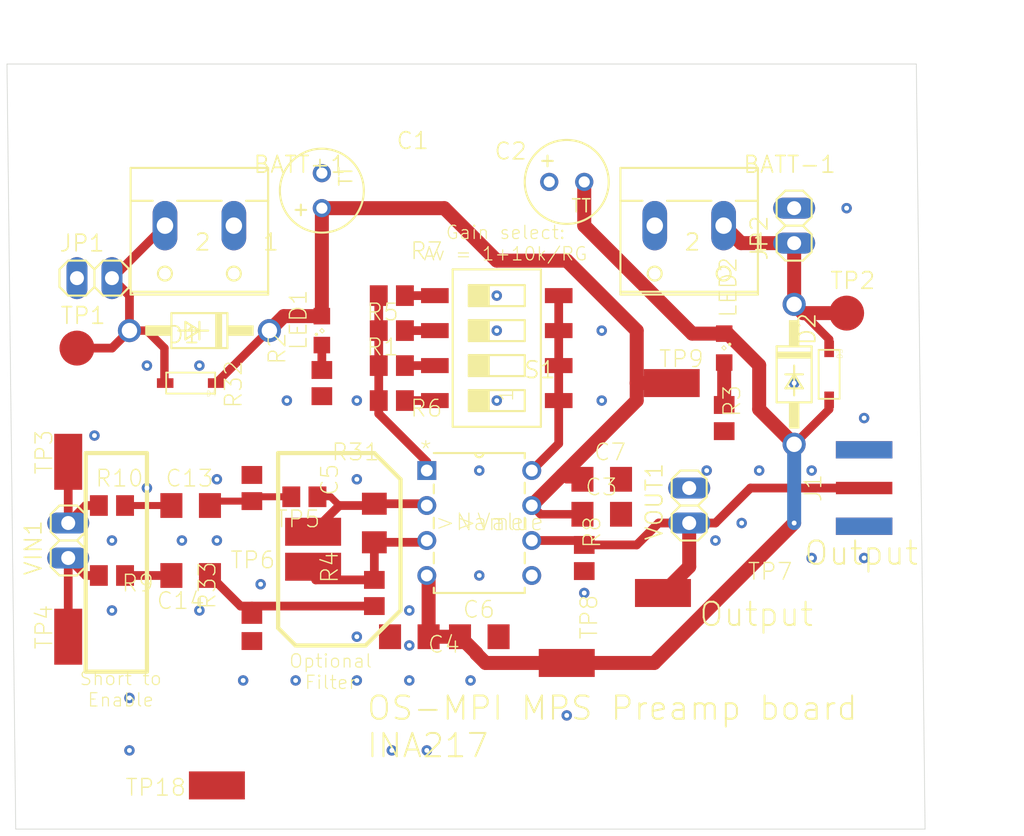
<source format=kicad_pcb>
(kicad_pcb (version 20171130) (host pcbnew "(5.1.8)-1")

  (general
    (thickness 1.6)
    (drawings 21)
    (tracks 156)
    (zones 0)
    (modules 53)
    (nets 23)
  )

  (page A4)
  (layers
    (0 Top signal)
    (31 Bottom signal)
    (32 B.Adhes user)
    (33 F.Adhes user)
    (34 B.Paste user)
    (35 F.Paste user)
    (36 B.SilkS user)
    (37 F.SilkS user)
    (38 B.Mask user)
    (39 F.Mask user)
    (40 Dwgs.User user)
    (41 Cmts.User user)
    (42 Eco1.User user)
    (43 Eco2.User user)
    (44 Edge.Cuts user)
    (45 Margin user)
    (46 B.CrtYd user)
    (47 F.CrtYd user)
    (48 B.Fab user)
    (49 F.Fab user)
  )

  (setup
    (last_trace_width 0.25)
    (trace_clearance 0.2)
    (zone_clearance 0.508)
    (zone_45_only no)
    (trace_min 0.2)
    (via_size 0.8)
    (via_drill 0.4)
    (via_min_size 0.4)
    (via_min_drill 0.3)
    (uvia_size 0.3)
    (uvia_drill 0.1)
    (uvias_allowed no)
    (uvia_min_size 0.2)
    (uvia_min_drill 0.1)
    (edge_width 0.05)
    (segment_width 0.2)
    (pcb_text_width 0.3)
    (pcb_text_size 1.5 1.5)
    (mod_edge_width 0.12)
    (mod_text_size 1 1)
    (mod_text_width 0.15)
    (pad_size 1.524 1.524)
    (pad_drill 0.762)
    (pad_to_mask_clearance 0)
    (aux_axis_origin 0 0)
    (visible_elements FFFFFF7F)
    (pcbplotparams
      (layerselection 0x010fc_ffffffff)
      (usegerberextensions false)
      (usegerberattributes true)
      (usegerberadvancedattributes true)
      (creategerberjobfile true)
      (excludeedgelayer true)
      (linewidth 0.100000)
      (plotframeref false)
      (viasonmask false)
      (mode 1)
      (useauxorigin false)
      (hpglpennumber 1)
      (hpglpenspeed 20)
      (hpglpendiameter 15.000000)
      (psnegative false)
      (psa4output false)
      (plotreference true)
      (plotvalue true)
      (plotinvisibletext false)
      (padsonsilk false)
      (subtractmaskfromsilk false)
      (outputformat 1)
      (mirror false)
      (drillshape 1)
      (scaleselection 1)
      (outputdirectory ""))
  )

  (net 0 "")
  (net 1 -9V)
  (net 2 +9V)
  (net 3 GND)
  (net 4 /RG2)
  (net 5 /VS+)
  (net 6 /VOUT)
  (net 7 /VS-)
  (net 8 /VIN+)
  (net 9 /VIN-)
  (net 10 /RG1)
  (net 11 "Net-(LED1-PadC)")
  (net 12 "Net-(LED2-PadA)")
  (net 13 "Net-(R1-Pad1)")
  (net 14 /SIGIN-)
  (net 15 /SIGIN+)
  (net 16 /N$24)
  (net 17 "Net-(R5-Pad1)")
  (net 18 "Net-(R6-Pad1)")
  (net 19 "Net-(R7-Pad1)")
  (net 20 "Net-(C14-Pad1)")
  (net 21 "Net-(C13-Pad1)")
  (net 22 "Net-(C13-Pad2)")

  (net_class Default "This is the default net class."
    (clearance 0.2)
    (trace_width 0.25)
    (via_dia 0.8)
    (via_drill 0.4)
    (uvia_dia 0.3)
    (uvia_drill 0.1)
    (add_net +9V)
    (add_net -9V)
    (add_net /N$24)
    (add_net /RG1)
    (add_net /RG2)
    (add_net /SIGIN+)
    (add_net /SIGIN-)
    (add_net /VIN+)
    (add_net /VIN-)
    (add_net /VOUT)
    (add_net /VS+)
    (add_net /VS-)
    (add_net GND)
    (add_net "Net-(C13-Pad1)")
    (add_net "Net-(C13-Pad2)")
    (add_net "Net-(C14-Pad1)")
    (add_net "Net-(LED1-PadC)")
    (add_net "Net-(LED2-PadA)")
    (add_net "Net-(R1-Pad1)")
    (add_net "Net-(R5-Pad1)")
    (add_net "Net-(R6-Pad1)")
    (add_net "Net-(R7-Pad1)")
  )

  (module "" (layer Top) (tedit 0) (tstamp 0)
    (at 118.9836 81.3436)
    (fp_text reference @HOLE0 (at 0 0) (layer F.SilkS) hide
      (effects (font (size 1.27 1.27) (thickness 0.15)))
    )
    (fp_text value "" (at 0 0) (layer F.SilkS)
      (effects (font (size 1.27 1.27) (thickness 0.15)))
    )
    (pad "" np_thru_hole circle (at 0 0) (size 3.429 3.429) (drill 3.429) (layers *.Cu *.Mask))
  )

  (module "" (layer Top) (tedit 0) (tstamp 0)
    (at 176.7686 81.3436)
    (fp_text reference @HOLE1 (at 0 0) (layer F.SilkS) hide
      (effects (font (size 1.27 1.27) (thickness 0.15)))
    )
    (fp_text value "" (at 0 0) (layer F.SilkS)
      (effects (font (size 1.27 1.27) (thickness 0.15)))
    )
    (pad "" np_thru_hole circle (at 0 0) (size 3.429 3.429) (drill 3.429) (layers *.Cu *.Mask))
  )

  (module "" (layer Top) (tedit 0) (tstamp 0)
    (at 118.9836 128.3336)
    (fp_text reference @HOLE2 (at 0 0) (layer F.SilkS) hide
      (effects (font (size 1.27 1.27) (thickness 0.15)))
    )
    (fp_text value "" (at 0 0) (layer F.SilkS)
      (effects (font (size 1.27 1.27) (thickness 0.15)))
    )
    (pad "" np_thru_hole circle (at 0 0) (size 3.429 3.429) (drill 3.429) (layers *.Cu *.Mask))
  )

  (module "" (layer Top) (tedit 0) (tstamp 0)
    (at 176.7686 128.3336)
    (fp_text reference @HOLE3 (at 0 0) (layer F.SilkS) hide
      (effects (font (size 1.27 1.27) (thickness 0.15)))
    )
    (fp_text value "" (at 0 0) (layer F.SilkS)
      (effects (font (size 1.27 1.27) (thickness 0.15)))
    )
    (pad "" np_thru_hole circle (at 0 0) (size 3.429 3.429) (drill 3.429) (layers *.Cu *.Mask))
  )

  (module "" (layer Top) (tedit 0) (tstamp 0)
    (at 169.1486 128.3336)
    (fp_text reference @HOLE4 (at 0 0) (layer F.SilkS) hide
      (effects (font (size 1.27 1.27) (thickness 0.15)))
    )
    (fp_text value "" (at 0 0) (layer F.SilkS)
      (effects (font (size 1.27 1.27) (thickness 0.15)))
    )
    (pad "" np_thru_hole circle (at 0 0) (size 3.429 3.429) (drill 3.429) (layers *.Cu *.Mask))
  )

  (module "" (layer Top) (tedit 0) (tstamp 0)
    (at 169.1486 81.3436)
    (fp_text reference @HOLE5 (at 0 0) (layer F.SilkS) hide
      (effects (font (size 1.27 1.27) (thickness 0.15)))
    )
    (fp_text value "" (at 0 0) (layer F.SilkS)
      (effects (font (size 1.27 1.27) (thickness 0.15)))
    )
    (pad "" np_thru_hole circle (at 0 0) (size 3.429 3.429) (drill 3.429) (layers *.Cu *.Mask))
  )

  (module OS-MPS_Preamp_V2_OnlyINA:W237-102 (layer Top) (tedit 0) (tstamp 618166DF)
    (at 129.1436 90.2336 180)
    (descr "<b>WAGO SCREW CLAMP</b>")
    (path /3429E7EB)
    (fp_text reference BATT+1 (at -3.8462 5.0038) (layer F.SilkS)
      (effects (font (size 1.2065 1.2065) (thickness 0.12065)) (justify left bottom))
    )
    (fp_text value GND (at -5.04 7.62 180) (layer F.Fab) hide
      (effects (font (size 1.2065 1.2065) (thickness 0.127)) (justify right top))
    )
    (fp_text user 2 (at 0.421 -0.635 180) (layer F.SilkS)
      (effects (font (size 1.2065 1.2065) (thickness 0.127)) (justify left bottom))
    )
    (fp_text user 1 (at -4.532 -0.635 180) (layer F.SilkS)
      (effects (font (size 1.2065 1.2065) (thickness 0.127)) (justify left bottom))
    )
    (fp_circle (center 2.5038 -2.2098) (end 3.0118 -2.2098) (layer F.SilkS) (width 0.1524))
    (fp_circle (center 2.5038 1.27) (end 4.0024 1.27) (layer F.Fab) (width 0.1524))
    (fp_circle (center -2.5 -2.2098) (end -1.992 -2.2098) (layer F.SilkS) (width 0.1524))
    (fp_circle (center -2.5 1.27) (end -1.0014 1.27) (layer F.Fab) (width 0.1524))
    (fp_line (start 1.615 3.073) (end 3.393 3.073) (layer F.Fab) (width 0.1524))
    (fp_line (start 4.993 -3.531) (end 4.993 3.073) (layer F.SilkS) (width 0.1524))
    (fp_line (start -4.989 -3.531) (end -4.989 -3.734) (layer F.SilkS) (width 0.1524))
    (fp_line (start -4.989 -3.531) (end 4.993 -3.531) (layer F.SilkS) (width 0.1524))
    (fp_line (start 4.993 3.073) (end 4.993 5.461) (layer F.SilkS) (width 0.1524))
    (fp_line (start -4.989 3.073) (end -4.989 -3.531) (layer F.SilkS) (width 0.1524))
    (fp_line (start 3.393 3.073) (end 4.993 3.073) (layer F.SilkS) (width 0.1524))
    (fp_line (start -1.611 3.073) (end 1.615 3.073) (layer F.SilkS) (width 0.1524))
    (fp_line (start -3.389 3.073) (end -1.611 3.073) (layer F.Fab) (width 0.1524))
    (fp_line (start -4.989 3.073) (end -3.389 3.073) (layer F.SilkS) (width 0.1524))
    (fp_line (start -4.989 5.461) (end -4.989 3.073) (layer F.SilkS) (width 0.1524))
    (fp_line (start 4.993 -3.734) (end -4.989 -3.734) (layer F.SilkS) (width 0.1524))
    (fp_line (start 4.993 -3.734) (end 4.993 -3.531) (layer F.SilkS) (width 0.1524))
    (fp_line (start -4.989 5.461) (end 4.993 5.461) (layer F.SilkS) (width 0.1524))
    (fp_line (start 1.488 2.261) (end 3.469 0.254) (layer F.Fab) (width 0.254))
    (fp_line (start -3.491 2.286) (end -1.484 0.279) (layer F.Fab) (width 0.254))
    (pad 2 thru_hole oval (at 2.5 1.27 270) (size 3.5814 1.7907) (drill 1.1938) (layers *.Cu *.Mask)
      (net 2 +9V) (solder_mask_margin 0.1016))
    (pad 1 thru_hole oval (at -2.5 1.27 270) (size 3.5814 1.7907) (drill 1.1938) (layers *.Cu *.Mask)
      (net 3 GND) (solder_mask_margin 0.1016))
  )

  (module OS-MPS_Preamp_V2_OnlyINA:W237-102 (layer Top) (tedit 0) (tstamp 618166FA)
    (at 164.7036 90.2336 180)
    (descr "<b>WAGO SCREW CLAMP</b>")
    (path /148D5F76)
    (fp_text reference BATT-1 (at -3.8462 5.0038) (layer F.SilkS)
      (effects (font (size 1.2065 1.2065) (thickness 0.12065)) (justify left bottom))
    )
    (fp_text value GND (at -5.04 7.62 180) (layer F.Fab) hide
      (effects (font (size 1.2065 1.2065) (thickness 0.127)) (justify right top))
    )
    (fp_text user 2 (at 0.421 -0.635 180) (layer F.SilkS)
      (effects (font (size 1.2065 1.2065) (thickness 0.127)) (justify left bottom))
    )
    (fp_text user 1 (at -4.532 -0.635 180) (layer F.SilkS)
      (effects (font (size 1.2065 1.2065) (thickness 0.127)) (justify left bottom))
    )
    (fp_circle (center 2.5038 -2.2098) (end 3.0118 -2.2098) (layer F.SilkS) (width 0.1524))
    (fp_circle (center 2.5038 1.27) (end 4.0024 1.27) (layer F.Fab) (width 0.1524))
    (fp_circle (center -2.5 -2.2098) (end -1.992 -2.2098) (layer F.SilkS) (width 0.1524))
    (fp_circle (center -2.5 1.27) (end -1.0014 1.27) (layer F.Fab) (width 0.1524))
    (fp_line (start 1.615 3.073) (end 3.393 3.073) (layer F.Fab) (width 0.1524))
    (fp_line (start 4.993 -3.531) (end 4.993 3.073) (layer F.SilkS) (width 0.1524))
    (fp_line (start -4.989 -3.531) (end -4.989 -3.734) (layer F.SilkS) (width 0.1524))
    (fp_line (start -4.989 -3.531) (end 4.993 -3.531) (layer F.SilkS) (width 0.1524))
    (fp_line (start 4.993 3.073) (end 4.993 5.461) (layer F.SilkS) (width 0.1524))
    (fp_line (start -4.989 3.073) (end -4.989 -3.531) (layer F.SilkS) (width 0.1524))
    (fp_line (start 3.393 3.073) (end 4.993 3.073) (layer F.SilkS) (width 0.1524))
    (fp_line (start -1.611 3.073) (end 1.615 3.073) (layer F.SilkS) (width 0.1524))
    (fp_line (start -3.389 3.073) (end -1.611 3.073) (layer F.Fab) (width 0.1524))
    (fp_line (start -4.989 3.073) (end -3.389 3.073) (layer F.SilkS) (width 0.1524))
    (fp_line (start -4.989 5.461) (end -4.989 3.073) (layer F.SilkS) (width 0.1524))
    (fp_line (start 4.993 -3.734) (end -4.989 -3.734) (layer F.SilkS) (width 0.1524))
    (fp_line (start 4.993 -3.734) (end 4.993 -3.531) (layer F.SilkS) (width 0.1524))
    (fp_line (start -4.989 5.461) (end 4.993 5.461) (layer F.SilkS) (width 0.1524))
    (fp_line (start 1.488 2.261) (end 3.469 0.254) (layer F.Fab) (width 0.254))
    (fp_line (start -3.491 2.286) (end -1.484 0.279) (layer F.Fab) (width 0.254))
    (pad 2 thru_hole oval (at 2.5 1.27 270) (size 3.5814 1.7907) (drill 1.1938) (layers *.Cu *.Mask)
      (net 3 GND) (solder_mask_margin 0.1016))
    (pad 1 thru_hole oval (at -2.5 1.27 270) (size 3.5814 1.7907) (drill 1.1938) (layers *.Cu *.Mask)
      (net 1 -9V) (solder_mask_margin 0.1016))
  )

  (module OS-MPS_Preamp_V2_OnlyINA:TT2D6 (layer Top) (tedit 0) (tstamp 61816715)
    (at 138.0336 86.4236 90)
    (descr "<b>ELECTROLYTIC CAPACITOR</b><p>\ndiameter 6 mm, grid 2.54 mm")
    (path /86EBEF45)
    (fp_text reference C1 (at 2.921 5.334) (layer F.SilkS)
      (effects (font (size 1.2065 1.2065) (thickness 0.12065)) (justify left bottom))
    )
    (fp_text value 22u (at 2.921 2.794 90) (layer F.Fab) hide
      (effects (font (size 1.2065 1.2065) (thickness 0.127)) (justify left bottom))
    )
    (fp_poly (pts (xy 0.127 0.9398) (xy 0.5588 0.9398) (xy 0.5588 -0.9398) (xy 0.127 -0.9398)) (layer F.Fab) (width 0))
    (fp_text user TT (at 0.254 2.286 90) (layer F.SilkS)
      (effects (font (size 0.94107 0.94107) (thickness 0.118872)) (justify left bottom))
    )
    (fp_circle (center 0 0) (end 3.048 0) (layer F.SilkS) (width 0.1524))
    (fp_line (start -1.397 -1.143) (end -1.397 -1.905) (layer F.SilkS) (width 0.1524))
    (fp_line (start -1.778 -1.524) (end -1.016 -1.524) (layer F.SilkS) (width 0.1524))
    (fp_line (start 0.508 0) (end 1.016 0) (layer F.Fab) (width 0.1524))
    (fp_line (start -0.508 -0.889) (end -0.508 0) (layer F.Fab) (width 0.1524))
    (fp_line (start -0.1778 -0.889) (end -0.508 -0.889) (layer F.Fab) (width 0.1524))
    (fp_line (start -0.1778 0.889) (end -0.1778 -0.889) (layer F.Fab) (width 0.1524))
    (fp_line (start -0.508 0.889) (end -0.1778 0.889) (layer F.Fab) (width 0.1524))
    (fp_line (start -0.508 0) (end -0.508 0.889) (layer F.Fab) (width 0.1524))
    (fp_line (start -1.016 0) (end -0.508 0) (layer F.Fab) (width 0.1524))
    (pad + thru_hole circle (at -1.27 0 90) (size 1.3208 1.3208) (drill 0.8128) (layers *.Cu *.Mask)
      (net 5 /VS+) (solder_mask_margin 0.1016))
    (pad - thru_hole circle (at 1.27 0 90) (size 1.3208 1.3208) (drill 0.8128) (layers *.Cu *.Mask)
      (net 3 GND) (solder_mask_margin 0.1016))
  )

  (module OS-MPS_Preamp_V2_OnlyINA:TT2D6 (layer Top) (tedit 0) (tstamp 61816726)
    (at 155.8136 85.7886)
    (descr "<b>ELECTROLYTIC CAPACITOR</b><p>\ndiameter 6 mm, grid 2.54 mm")
    (path /E26F5DF5)
    (fp_text reference C2 (at -5.334 -1.524) (layer F.SilkS)
      (effects (font (size 1.2065 1.2065) (thickness 0.12065)) (justify left bottom))
    )
    (fp_text value 22u (at 2.921 2.794) (layer F.Fab) hide
      (effects (font (size 1.2065 1.2065) (thickness 0.127)) (justify left bottom))
    )
    (fp_poly (pts (xy 0.127 0.9398) (xy 0.5588 0.9398) (xy 0.5588 -0.9398) (xy 0.127 -0.9398)) (layer F.Fab) (width 0))
    (fp_text user TT (at 0.254 2.286) (layer F.SilkS)
      (effects (font (size 0.94107 0.94107) (thickness 0.118872)) (justify left bottom))
    )
    (fp_circle (center 0 0) (end 3.048 0) (layer F.SilkS) (width 0.1524))
    (fp_line (start -1.397 -1.143) (end -1.397 -1.905) (layer F.SilkS) (width 0.1524))
    (fp_line (start -1.778 -1.524) (end -1.016 -1.524) (layer F.SilkS) (width 0.1524))
    (fp_line (start 0.508 0) (end 1.016 0) (layer F.Fab) (width 0.1524))
    (fp_line (start -0.508 -0.889) (end -0.508 0) (layer F.Fab) (width 0.1524))
    (fp_line (start -0.1778 -0.889) (end -0.508 -0.889) (layer F.Fab) (width 0.1524))
    (fp_line (start -0.1778 0.889) (end -0.1778 -0.889) (layer F.Fab) (width 0.1524))
    (fp_line (start -0.508 0.889) (end -0.1778 0.889) (layer F.Fab) (width 0.1524))
    (fp_line (start -0.508 0) (end -0.508 0.889) (layer F.Fab) (width 0.1524))
    (fp_line (start -1.016 0) (end -0.508 0) (layer F.Fab) (width 0.1524))
    (pad + thru_hole circle (at -1.27 0) (size 1.3208 1.3208) (drill 0.8128) (layers *.Cu *.Mask)
      (net 3 GND) (solder_mask_margin 0.1016))
    (pad - thru_hole circle (at 1.27 0) (size 1.3208 1.3208) (drill 0.8128) (layers *.Cu *.Mask)
      (net 7 /VS-) (solder_mask_margin 0.1016))
  )

  (module OS-MPS_Preamp_V2_OnlyINA:C1206 (layer Top) (tedit 0) (tstamp 61816737)
    (at 144.3836 118.8086 180)
    (descr <b>CAPACITOR</b>)
    (path /0816D2C2)
    (fp_text reference C4 (at -1.27 -1.27) (layer F.SilkS)
      (effects (font (size 1.2065 1.2065) (thickness 0.09652)) (justify left bottom))
    )
    (fp_text value 1u (at -1.27 2.54) (layer F.Fab)
      (effects (font (size 1.2065 1.2065) (thickness 0.09652)) (justify left bottom))
    )
    (fp_poly (pts (xy -0.1999 0.4001) (xy 0.1999 0.4001) (xy 0.1999 -0.4001) (xy -0.1999 -0.4001)) (layer F.Adhes) (width 0))
    (fp_poly (pts (xy 0.9517 0.8491) (xy 1.7018 0.8491) (xy 1.7018 -0.8509) (xy 0.9517 -0.8509)) (layer F.Fab) (width 0))
    (fp_poly (pts (xy -1.7018 0.8509) (xy -0.9517 0.8509) (xy -0.9517 -0.8491) (xy -1.7018 -0.8491)) (layer F.Fab) (width 0))
    (fp_line (start -0.965 0.787) (end 0.965 0.787) (layer F.Fab) (width 0.1016))
    (fp_line (start -0.965 -0.787) (end 0.965 -0.787) (layer F.Fab) (width 0.1016))
    (fp_line (start 2.473 -0.983) (end 2.473 0.983) (layer Dwgs.User) (width 0.0508))
    (fp_line (start -2.473 0.983) (end -2.473 -0.983) (layer Dwgs.User) (width 0.0508))
    (fp_line (start 2.473 0.983) (end -2.473 0.983) (layer Dwgs.User) (width 0.0508))
    (fp_line (start -2.473 -0.983) (end 2.473 -0.983) (layer Dwgs.User) (width 0.0508))
    (pad 2 smd rect (at 1.4 0 180) (size 1.6 1.8) (layers Top F.Paste F.Mask)
      (net 3 GND) (solder_mask_margin 0.1016))
    (pad 1 smd rect (at -1.4 0 180) (size 1.6 1.8) (layers Top F.Paste F.Mask)
      (net 7 /VS-) (solder_mask_margin 0.1016))
  )

  (module OS-MPS_Preamp_V2_OnlyINA:C1206 (layer Top) (tedit 0) (tstamp 61816745)
    (at 141.8436 110.5536 270)
    (descr <b>CAPACITOR</b>)
    (path /E8BCE2CE)
    (fp_text reference C5 (at -1.905 2.54 90) (layer F.SilkS)
      (effects (font (size 1.2065 1.2065) (thickness 0.09652)) (justify left bottom))
    )
    (fp_text value 1n (at -1.27 2.54 270) (layer F.Fab) hide
      (effects (font (size 1.2065 1.2065) (thickness 0.1016)) (justify right top))
    )
    (fp_poly (pts (xy -0.1999 0.4001) (xy 0.1999 0.4001) (xy 0.1999 -0.4001) (xy -0.1999 -0.4001)) (layer F.Adhes) (width 0))
    (fp_poly (pts (xy 0.9517 0.8491) (xy 1.7018 0.8491) (xy 1.7018 -0.8509) (xy 0.9517 -0.8509)) (layer F.Fab) (width 0))
    (fp_poly (pts (xy -1.7018 0.8509) (xy -0.9517 0.8509) (xy -0.9517 -0.8491) (xy -1.7018 -0.8491)) (layer F.Fab) (width 0))
    (fp_line (start -0.965 0.787) (end 0.965 0.787) (layer F.Fab) (width 0.1016))
    (fp_line (start -0.965 -0.787) (end 0.965 -0.787) (layer F.Fab) (width 0.1016))
    (fp_line (start 2.473 -0.983) (end 2.473 0.983) (layer Dwgs.User) (width 0.0508))
    (fp_line (start -2.473 0.983) (end -2.473 -0.983) (layer Dwgs.User) (width 0.0508))
    (fp_line (start 2.473 0.983) (end -2.473 0.983) (layer Dwgs.User) (width 0.0508))
    (fp_line (start -2.473 -0.983) (end 2.473 -0.983) (layer Dwgs.User) (width 0.0508))
    (pad 2 smd rect (at 1.4 0 270) (size 1.6 1.8) (layers Top F.Paste F.Mask)
      (net 8 /VIN+) (solder_mask_margin 0.1016))
    (pad 1 smd rect (at -1.4 0 270) (size 1.6 1.8) (layers Top F.Paste F.Mask)
      (net 9 /VIN-) (solder_mask_margin 0.1016))
  )

  (module OS-MPS_Preamp_V2_OnlyINA:C1206 (layer Top) (tedit 0) (tstamp 61816753)
    (at 149.4636 118.8086)
    (descr <b>CAPACITOR</b>)
    (path /8329AD68)
    (fp_text reference C6 (at -1.27 -1.27) (layer F.SilkS)
      (effects (font (size 1.2065 1.2065) (thickness 0.09652)) (justify left bottom))
    )
    (fp_text value .1u (at -1.27 2.54) (layer F.Fab)
      (effects (font (size 1.2065 1.2065) (thickness 0.09652)) (justify left bottom))
    )
    (fp_poly (pts (xy -0.1999 0.4001) (xy 0.1999 0.4001) (xy 0.1999 -0.4001) (xy -0.1999 -0.4001)) (layer F.Adhes) (width 0))
    (fp_poly (pts (xy 0.9517 0.8491) (xy 1.7018 0.8491) (xy 1.7018 -0.8509) (xy 0.9517 -0.8509)) (layer F.Fab) (width 0))
    (fp_poly (pts (xy -1.7018 0.8509) (xy -0.9517 0.8509) (xy -0.9517 -0.8491) (xy -1.7018 -0.8491)) (layer F.Fab) (width 0))
    (fp_line (start -0.965 0.787) (end 0.965 0.787) (layer F.Fab) (width 0.1016))
    (fp_line (start -0.965 -0.787) (end 0.965 -0.787) (layer F.Fab) (width 0.1016))
    (fp_line (start 2.473 -0.983) (end 2.473 0.983) (layer Dwgs.User) (width 0.0508))
    (fp_line (start -2.473 0.983) (end -2.473 -0.983) (layer Dwgs.User) (width 0.0508))
    (fp_line (start 2.473 0.983) (end -2.473 0.983) (layer Dwgs.User) (width 0.0508))
    (fp_line (start -2.473 -0.983) (end 2.473 -0.983) (layer Dwgs.User) (width 0.0508))
    (pad 2 smd rect (at 1.4 0) (size 1.6 1.8) (layers Top F.Paste F.Mask)
      (net 3 GND) (solder_mask_margin 0.1016))
    (pad 1 smd rect (at -1.4 0) (size 1.6 1.8) (layers Top F.Paste F.Mask)
      (net 7 /VS-) (solder_mask_margin 0.1016))
  )

  (module OS-MPS_Preamp_V2_OnlyINA:C1206 (layer Top) (tedit 0) (tstamp 61816761)
    (at 158.3536 107.3786)
    (descr <b>CAPACITOR</b>)
    (path /C625A4DC)
    (fp_text reference C7 (at -0.635 -1.27) (layer F.SilkS)
      (effects (font (size 1.2065 1.2065) (thickness 0.09652)) (justify left bottom))
    )
    (fp_text value .1u (at -1.27 2.54) (layer F.Fab) hide
      (effects (font (size 1.2065 1.2065) (thickness 0.1016)) (justify left bottom))
    )
    (fp_poly (pts (xy -0.1999 0.4001) (xy 0.1999 0.4001) (xy 0.1999 -0.4001) (xy -0.1999 -0.4001)) (layer F.Adhes) (width 0))
    (fp_poly (pts (xy 0.9517 0.8491) (xy 1.7018 0.8491) (xy 1.7018 -0.8509) (xy 0.9517 -0.8509)) (layer F.Fab) (width 0))
    (fp_poly (pts (xy -1.7018 0.8509) (xy -0.9517 0.8509) (xy -0.9517 -0.8491) (xy -1.7018 -0.8491)) (layer F.Fab) (width 0))
    (fp_line (start -0.965 0.787) (end 0.965 0.787) (layer F.Fab) (width 0.1016))
    (fp_line (start -0.965 -0.787) (end 0.965 -0.787) (layer F.Fab) (width 0.1016))
    (fp_line (start 2.473 -0.983) (end 2.473 0.983) (layer Dwgs.User) (width 0.0508))
    (fp_line (start -2.473 0.983) (end -2.473 -0.983) (layer Dwgs.User) (width 0.0508))
    (fp_line (start 2.473 0.983) (end -2.473 0.983) (layer Dwgs.User) (width 0.0508))
    (fp_line (start -2.473 -0.983) (end 2.473 -0.983) (layer Dwgs.User) (width 0.0508))
    (pad 2 smd rect (at 1.4 0) (size 1.6 1.8) (layers Top F.Paste F.Mask)
      (net 3 GND) (solder_mask_margin 0.1016))
    (pad 1 smd rect (at -1.4 0) (size 1.6 1.8) (layers Top F.Paste F.Mask)
      (net 5 /VS+) (solder_mask_margin 0.1016))
  )

  (module OS-MPS_Preamp_V2_OnlyINA:DO41-10 (layer Top) (tedit 0) (tstamp 6181676F)
    (at 129.1436 96.5836 180)
    (descr "<B>DIODE</B><p>\ndiameter 2.54 mm, horizontal, grid 10.16 mm")
    (path /C78C3FBD)
    (fp_text reference D1 (at 2.413 -1.016) (layer F.SilkS)
      (effects (font (size 1.2065 1.2065) (thickness 0.12065)) (justify left bottom))
    )
    (fp_text value 1N4004 (at -2.032 2.794 180) (layer F.Fab) hide
      (effects (font (size 1.2065 1.2065) (thickness 0.127)) (justify right top))
    )
    (fp_poly (pts (xy -3.937 0.381) (xy -2.032 0.381) (xy -2.032 -0.381) (xy -3.937 -0.381)) (layer F.SilkS) (width 0))
    (fp_poly (pts (xy 2.032 0.381) (xy 3.937 0.381) (xy 3.937 -0.381) (xy 2.032 -0.381)) (layer F.SilkS) (width 0))
    (fp_poly (pts (xy -1.651 1.27) (xy -1.143 1.27) (xy -1.143 -1.27) (xy -1.651 -1.27)) (layer F.SilkS) (width 0))
    (fp_line (start 0 0) (end 0 0.635) (layer F.SilkS) (width 0.1524))
    (fp_line (start 0 -0.635) (end 0 0) (layer F.SilkS) (width 0.1524))
    (fp_line (start 0 0) (end 1.016 -0.635) (layer F.SilkS) (width 0.1524))
    (fp_line (start 0 0) (end 1.524 0) (layer F.SilkS) (width 0.1524))
    (fp_line (start 1.016 0.635) (end 0 0) (layer F.SilkS) (width 0.1524))
    (fp_line (start 1.016 -0.635) (end 1.016 0.635) (layer F.SilkS) (width 0.1524))
    (fp_line (start -0.635 0) (end 0 0) (layer F.SilkS) (width 0.1524))
    (fp_line (start -5.08 0) (end -4.064 0) (layer F.Fab) (width 0.762))
    (fp_line (start 5.08 0) (end 4.064 0) (layer F.Fab) (width 0.762))
    (fp_line (start -2.032 -1.27) (end -2.032 1.27) (layer F.SilkS) (width 0.1524))
    (fp_line (start -2.032 -1.27) (end 2.032 -1.27) (layer F.SilkS) (width 0.1524))
    (fp_line (start 2.032 1.27) (end 2.032 -1.27) (layer F.SilkS) (width 0.1524))
    (fp_line (start 2.032 1.27) (end -2.032 1.27) (layer F.SilkS) (width 0.1524))
    (pad C thru_hole circle (at -5.08 0 180) (size 1.6764 1.6764) (drill 1.1176) (layers *.Cu *.Mask)
      (net 5 /VS+) (solder_mask_margin 0.1016))
    (pad A thru_hole circle (at 5.08 0 180) (size 1.6764 1.6764) (drill 1.1176) (layers *.Cu *.Mask)
      (net 2 +9V) (solder_mask_margin 0.1016))
  )

  (module OS-MPS_Preamp_V2_OnlyINA:DO41-10 (layer Top) (tedit 0) (tstamp 61816784)
    (at 172.3236 99.7586 270)
    (descr "<B>DIODE</B><p>\ndiameter 2.54 mm, horizontal, grid 10.16 mm")
    (path /0CADE672)
    (fp_text reference D2 (at -2.032 -1.651 90) (layer F.SilkS)
      (effects (font (size 1.2065 1.2065) (thickness 0.12065)) (justify left bottom))
    )
    (fp_text value 1N4004 (at -2.032 2.794 270) (layer F.Fab) hide
      (effects (font (size 1.2065 1.2065) (thickness 0.127)) (justify right top))
    )
    (fp_poly (pts (xy -3.937 0.381) (xy -2.032 0.381) (xy -2.032 -0.381) (xy -3.937 -0.381)) (layer F.SilkS) (width 0))
    (fp_poly (pts (xy 2.032 0.381) (xy 3.937 0.381) (xy 3.937 -0.381) (xy 2.032 -0.381)) (layer F.SilkS) (width 0))
    (fp_poly (pts (xy -1.651 1.27) (xy -1.143 1.27) (xy -1.143 -1.27) (xy -1.651 -1.27)) (layer F.SilkS) (width 0))
    (fp_line (start 0 0) (end 0 0.635) (layer F.SilkS) (width 0.1524))
    (fp_line (start 0 -0.635) (end 0 0) (layer F.SilkS) (width 0.1524))
    (fp_line (start 0 0) (end 1.016 -0.635) (layer F.SilkS) (width 0.1524))
    (fp_line (start 0 0) (end 1.524 0) (layer F.SilkS) (width 0.1524))
    (fp_line (start 1.016 0.635) (end 0 0) (layer F.SilkS) (width 0.1524))
    (fp_line (start 1.016 -0.635) (end 1.016 0.635) (layer F.SilkS) (width 0.1524))
    (fp_line (start -0.635 0) (end 0 0) (layer F.SilkS) (width 0.1524))
    (fp_line (start -5.08 0) (end -4.064 0) (layer F.Fab) (width 0.762))
    (fp_line (start 5.08 0) (end 4.064 0) (layer F.Fab) (width 0.762))
    (fp_line (start -2.032 -1.27) (end -2.032 1.27) (layer F.SilkS) (width 0.1524))
    (fp_line (start -2.032 -1.27) (end 2.032 -1.27) (layer F.SilkS) (width 0.1524))
    (fp_line (start 2.032 1.27) (end 2.032 -1.27) (layer F.SilkS) (width 0.1524))
    (fp_line (start 2.032 1.27) (end -2.032 1.27) (layer F.SilkS) (width 0.1524))
    (pad C thru_hole circle (at -5.08 0 270) (size 1.6764 1.6764) (drill 1.1176) (layers *.Cu *.Mask)
      (net 1 -9V) (solder_mask_margin 0.1016))
    (pad A thru_hole circle (at 5.08 0 270) (size 1.6764 1.6764) (drill 1.1176) (layers *.Cu *.Mask)
      (net 7 /VS-) (solder_mask_margin 0.1016))
  )

  (module OS-MPS_Preamp_V2_OnlyINA:1X02 (layer Top) (tedit 0) (tstamp 61816799)
    (at 121.5236 92.7736)
    (descr "<b>PIN HEADER</b>")
    (path /0B60073D)
    (fp_text reference JP1 (at -2.6162 -1.8288) (layer F.SilkS)
      (effects (font (size 1.2065 1.2065) (thickness 0.12065)) (justify left bottom))
    )
    (fp_text value PINHD-1X2 (at -2.54 3.175) (layer F.Fab)
      (effects (font (size 1.2065 1.2065) (thickness 0.09652)) (justify left bottom))
    )
    (fp_poly (pts (xy 1.016 0.254) (xy 1.524 0.254) (xy 1.524 -0.254) (xy 1.016 -0.254)) (layer F.Fab) (width 0))
    (fp_poly (pts (xy -1.524 0.254) (xy -1.016 0.254) (xy -1.016 -0.254) (xy -1.524 -0.254)) (layer F.Fab) (width 0))
    (fp_line (start 0.635 1.27) (end 0 0.635) (layer F.SilkS) (width 0.1524))
    (fp_line (start 1.905 1.27) (end 0.635 1.27) (layer F.SilkS) (width 0.1524))
    (fp_line (start 2.54 0.635) (end 1.905 1.27) (layer F.SilkS) (width 0.1524))
    (fp_line (start 2.54 -0.635) (end 2.54 0.635) (layer F.SilkS) (width 0.1524))
    (fp_line (start 1.905 -1.27) (end 2.54 -0.635) (layer F.SilkS) (width 0.1524))
    (fp_line (start 0.635 -1.27) (end 1.905 -1.27) (layer F.SilkS) (width 0.1524))
    (fp_line (start 0 -0.635) (end 0.635 -1.27) (layer F.SilkS) (width 0.1524))
    (fp_line (start -0.635 1.27) (end -1.905 1.27) (layer F.SilkS) (width 0.1524))
    (fp_line (start -2.54 0.635) (end -1.905 1.27) (layer F.SilkS) (width 0.1524))
    (fp_line (start -1.905 -1.27) (end -2.54 -0.635) (layer F.SilkS) (width 0.1524))
    (fp_line (start -2.54 -0.635) (end -2.54 0.635) (layer F.SilkS) (width 0.1524))
    (fp_line (start 0 0.635) (end -0.635 1.27) (layer F.SilkS) (width 0.1524))
    (fp_line (start 0 -0.635) (end 0 0.635) (layer F.SilkS) (width 0.1524))
    (fp_line (start -0.635 -1.27) (end 0 -0.635) (layer F.SilkS) (width 0.1524))
    (fp_line (start -1.905 -1.27) (end -0.635 -1.27) (layer F.SilkS) (width 0.1524))
    (pad 2 thru_hole oval (at 1.27 0 90) (size 3.048 1.524) (drill 1.016) (layers *.Cu *.Mask)
      (net 2 +9V) (solder_mask_margin 0.1016))
    (pad 1 thru_hole oval (at -1.27 0 90) (size 3.048 1.524) (drill 1.016) (layers *.Cu *.Mask)
      (net 3 GND) (solder_mask_margin 0.1016))
  )

  (module OS-MPS_Preamp_V2_OnlyINA:1X02 (layer Top) (tedit 0) (tstamp 618167AF)
    (at 172.3236 88.9636 90)
    (descr "<b>PIN HEADER</b>")
    (path /BAFA783C)
    (fp_text reference JP2 (at -2.6162 -1.8288 90) (layer F.SilkS)
      (effects (font (size 1.2065 1.2065) (thickness 0.12065)) (justify left bottom))
    )
    (fp_text value PINHD-1X2 (at -2.54 3.175 90) (layer F.Fab)
      (effects (font (size 1.2065 1.2065) (thickness 0.09652)) (justify left bottom))
    )
    (fp_poly (pts (xy 1.016 0.254) (xy 1.524 0.254) (xy 1.524 -0.254) (xy 1.016 -0.254)) (layer F.Fab) (width 0))
    (fp_poly (pts (xy -1.524 0.254) (xy -1.016 0.254) (xy -1.016 -0.254) (xy -1.524 -0.254)) (layer F.Fab) (width 0))
    (fp_line (start 0.635 1.27) (end 0 0.635) (layer F.SilkS) (width 0.1524))
    (fp_line (start 1.905 1.27) (end 0.635 1.27) (layer F.SilkS) (width 0.1524))
    (fp_line (start 2.54 0.635) (end 1.905 1.27) (layer F.SilkS) (width 0.1524))
    (fp_line (start 2.54 -0.635) (end 2.54 0.635) (layer F.SilkS) (width 0.1524))
    (fp_line (start 1.905 -1.27) (end 2.54 -0.635) (layer F.SilkS) (width 0.1524))
    (fp_line (start 0.635 -1.27) (end 1.905 -1.27) (layer F.SilkS) (width 0.1524))
    (fp_line (start 0 -0.635) (end 0.635 -1.27) (layer F.SilkS) (width 0.1524))
    (fp_line (start -0.635 1.27) (end -1.905 1.27) (layer F.SilkS) (width 0.1524))
    (fp_line (start -2.54 0.635) (end -1.905 1.27) (layer F.SilkS) (width 0.1524))
    (fp_line (start -1.905 -1.27) (end -2.54 -0.635) (layer F.SilkS) (width 0.1524))
    (fp_line (start -2.54 -0.635) (end -2.54 0.635) (layer F.SilkS) (width 0.1524))
    (fp_line (start 0 0.635) (end -0.635 1.27) (layer F.SilkS) (width 0.1524))
    (fp_line (start 0 -0.635) (end 0 0.635) (layer F.SilkS) (width 0.1524))
    (fp_line (start -0.635 -1.27) (end 0 -0.635) (layer F.SilkS) (width 0.1524))
    (fp_line (start -1.905 -1.27) (end -0.635 -1.27) (layer F.SilkS) (width 0.1524))
    (pad 2 thru_hole oval (at 1.27 0 180) (size 3.048 1.524) (drill 1.016) (layers *.Cu *.Mask)
      (net 3 GND) (solder_mask_margin 0.1016))
    (pad 1 thru_hole oval (at -1.27 0 180) (size 3.048 1.524) (drill 1.016) (layers *.Cu *.Mask)
      (net 1 -9V) (solder_mask_margin 0.1016))
  )

  (module OS-MPS_Preamp_V2_OnlyINA:SML0805 (layer Top) (tedit 0) (tstamp 618167C5)
    (at 138.0336 96.5836 90)
    (descr "<b>SML0805-2CW-TR (0805 PROFILE)</b> COOL WHITE<p>\nSource: http://www.ledtronics.com/ds/smd-0603/Dstr0093.pdf")
    (path /7DC8C285)
    (fp_text reference LED1 (at -1.5 -1 90) (layer F.SilkS)
      (effects (font (size 1.2065 1.2065) (thickness 0.09652)) (justify left bottom))
    )
    (fp_text value LEDSML0805 (at -1.5 2 90) (layer F.Fab)
      (effects (font (size 1.2065 1.2065) (thickness 0.09652)) (justify left bottom))
    )
    (fp_circle (center -0.275 -0.4) (end -0.2125 -0.4) (layer F.SilkS) (width 0.125))
    (fp_line (start -0.025 0.175) (end -0.175 0.025) (layer F.SilkS) (width 0.0634))
    (fp_line (start 0.15 0) (end -0.025 0.175) (layer F.SilkS) (width 0.0634))
    (fp_line (start 0 -0.15) (end 0.15 0) (layer F.SilkS) (width 0.0634))
    (fp_line (start -0.175 0.025) (end 0 -0.15) (layer F.SilkS) (width 0.0634))
    (fp_line (start -0.95 -0.55) (end -0.95 0.55) (layer F.Fab) (width 0.1016))
    (fp_line (start 0.95 -0.55) (end -0.95 -0.55) (layer F.Fab) (width 0.1016))
    (fp_line (start 0.95 0.55) (end 0.95 -0.55) (layer F.Fab) (width 0.1016))
    (fp_line (start -0.95 0.55) (end 0.95 0.55) (layer F.Fab) (width 0.1016))
    (pad A smd rect (at 1.05 0 90) (size 1.2 1.2) (layers Top F.Paste F.Mask)
      (net 5 /VS+) (solder_mask_margin 0.1016))
    (pad C smd rect (at -1.05 0 90) (size 1.2 1.2) (layers Top F.Paste F.Mask)
      (net 11 "Net-(LED1-PadC)") (solder_mask_margin 0.1016))
  )

  (module OS-MPS_Preamp_V2_OnlyINA:SML0805 (layer Top) (tedit 0) (tstamp 618167D3)
    (at 167.2436 97.8536 270)
    (descr "<b>SML0805-2CW-TR (0805 PROFILE)</b> COOL WHITE<p>\nSource: http://www.ledtronics.com/ds/smd-0603/Dstr0093.pdf")
    (path /221661FE)
    (fp_text reference LED2 (at -2.135 -1 90) (layer F.SilkS)
      (effects (font (size 1.2065 1.2065) (thickness 0.09652)) (justify left bottom))
    )
    (fp_text value LEDSML0805 (at -1.5 2 90) (layer F.Fab)
      (effects (font (size 1.2065 1.2065) (thickness 0.09652)) (justify left bottom))
    )
    (fp_circle (center -0.275 -0.4) (end -0.2125 -0.4) (layer F.SilkS) (width 0.125))
    (fp_line (start -0.025 0.175) (end -0.175 0.025) (layer F.SilkS) (width 0.0634))
    (fp_line (start 0.15 0) (end -0.025 0.175) (layer F.SilkS) (width 0.0634))
    (fp_line (start 0 -0.15) (end 0.15 0) (layer F.SilkS) (width 0.0634))
    (fp_line (start -0.175 0.025) (end 0 -0.15) (layer F.SilkS) (width 0.0634))
    (fp_line (start -0.95 -0.55) (end -0.95 0.55) (layer F.Fab) (width 0.1016))
    (fp_line (start 0.95 -0.55) (end -0.95 -0.55) (layer F.Fab) (width 0.1016))
    (fp_line (start 0.95 0.55) (end 0.95 -0.55) (layer F.Fab) (width 0.1016))
    (fp_line (start -0.95 0.55) (end 0.95 0.55) (layer F.Fab) (width 0.1016))
    (pad A smd rect (at 1.05 0 270) (size 1.2 1.2) (layers Top F.Paste F.Mask)
      (net 12 "Net-(LED2-PadA)") (solder_mask_margin 0.1016))
    (pad C smd rect (at -1.05 0 270) (size 1.2 1.2) (layers Top F.Paste F.Mask)
      (net 7 /VS-) (solder_mask_margin 0.1016))
  )

  (module OS-MPS_Preamp_V2_OnlyINA:R0805 (layer Top) (tedit 0) (tstamp 618167E1)
    (at 143.1136 99.1236 180)
    (descr <b>RESISTOR</b><p>)
    (path /E6C7F8B8)
    (fp_text reference R1 (at 1.905 0.635) (layer F.SilkS)
      (effects (font (size 1.2065 1.2065) (thickness 0.09652)) (justify left bottom))
    )
    (fp_text value 100 (at -0.635 2.54) (layer F.Fab)
      (effects (font (size 1.2065 1.2065) (thickness 0.09652)) (justify left bottom))
    )
    (fp_poly (pts (xy -0.1999 0.5001) (xy 0.1999 0.5001) (xy 0.1999 -0.5001) (xy -0.1999 -0.5001)) (layer F.Adhes) (width 0))
    (fp_poly (pts (xy -1.0668 0.6985) (xy -0.4168 0.6985) (xy -0.4168 -0.7015) (xy -1.0668 -0.7015)) (layer F.Fab) (width 0))
    (fp_poly (pts (xy 0.4064 0.6985) (xy 1.0564 0.6985) (xy 1.0564 -0.7015) (xy 0.4064 -0.7015)) (layer F.Fab) (width 0))
    (fp_line (start -1.973 0.983) (end -1.973 -0.983) (layer Dwgs.User) (width 0.0508))
    (fp_line (start 1.973 0.983) (end -1.973 0.983) (layer Dwgs.User) (width 0.0508))
    (fp_line (start 1.973 -0.983) (end 1.973 0.983) (layer Dwgs.User) (width 0.0508))
    (fp_line (start -1.973 -0.983) (end 1.973 -0.983) (layer Dwgs.User) (width 0.0508))
    (fp_line (start -0.41 0.635) (end 0.41 0.635) (layer F.Fab) (width 0.1524))
    (fp_line (start -0.41 -0.635) (end 0.41 -0.635) (layer F.Fab) (width 0.1524))
    (pad 2 smd rect (at 0.95 0 180) (size 1.3 1.5) (layers Top F.Paste F.Mask)
      (net 10 /RG1) (solder_mask_margin 0.1016))
    (pad 1 smd rect (at -0.95 0 180) (size 1.3 1.5) (layers Top F.Paste F.Mask)
      (net 13 "Net-(R1-Pad1)") (solder_mask_margin 0.1016))
  )

  (module OS-MPS_Preamp_V2_OnlyINA:R0805 (layer Top) (tedit 0) (tstamp 618167EF)
    (at 122.7936 109.2836 180)
    (descr <b>RESISTOR</b><p>)
    (path /CDC2DD0C)
    (fp_text reference R10 (at 1.27 1.27) (layer F.SilkS)
      (effects (font (size 1.2065 1.2065) (thickness 0.09652)) (justify left bottom))
    )
    (fp_text value 0 (at -0.635 2.54 180) (layer F.Fab) hide
      (effects (font (size 1.2065 1.2065) (thickness 0.1016)) (justify right top))
    )
    (fp_poly (pts (xy -0.1999 0.5001) (xy 0.1999 0.5001) (xy 0.1999 -0.5001) (xy -0.1999 -0.5001)) (layer F.Adhes) (width 0))
    (fp_poly (pts (xy -1.0668 0.6985) (xy -0.4168 0.6985) (xy -0.4168 -0.7015) (xy -1.0668 -0.7015)) (layer F.Fab) (width 0))
    (fp_poly (pts (xy 0.4064 0.6985) (xy 1.0564 0.6985) (xy 1.0564 -0.7015) (xy 0.4064 -0.7015)) (layer F.Fab) (width 0))
    (fp_line (start -1.973 0.983) (end -1.973 -0.983) (layer Dwgs.User) (width 0.0508))
    (fp_line (start 1.973 0.983) (end -1.973 0.983) (layer Dwgs.User) (width 0.0508))
    (fp_line (start 1.973 -0.983) (end 1.973 0.983) (layer Dwgs.User) (width 0.0508))
    (fp_line (start -1.973 -0.983) (end 1.973 -0.983) (layer Dwgs.User) (width 0.0508))
    (fp_line (start -0.41 0.635) (end 0.41 0.635) (layer F.Fab) (width 0.1524))
    (fp_line (start -0.41 -0.635) (end 0.41 -0.635) (layer F.Fab) (width 0.1524))
    (pad 2 smd rect (at 0.95 0 180) (size 1.3 1.5) (layers Top F.Paste F.Mask)
      (net 14 /SIGIN-) (solder_mask_margin 0.1016))
    (pad 1 smd rect (at -0.95 0 180) (size 1.3 1.5) (layers Top F.Paste F.Mask)
      (net 21 "Net-(C13-Pad1)") (solder_mask_margin 0.1016))
  )

  (module OS-MPS_Preamp_V2_OnlyINA:R0805 (layer Top) (tedit 0) (tstamp 618167FD)
    (at 138.0336 100.3936 270)
    (descr <b>RESISTOR</b><p>)
    (path /8EDAA121)
    (fp_text reference R2 (at -1.27 2.54 90) (layer F.SilkS)
      (effects (font (size 1.2065 1.2065) (thickness 0.09652)) (justify left bottom))
    )
    (fp_text value 2.2k (at -0.635 2.54 270) (layer F.Fab) hide
      (effects (font (size 1.2065 1.2065) (thickness 0.1016)) (justify right top))
    )
    (fp_poly (pts (xy -0.1999 0.5001) (xy 0.1999 0.5001) (xy 0.1999 -0.5001) (xy -0.1999 -0.5001)) (layer F.Adhes) (width 0))
    (fp_poly (pts (xy -1.0668 0.6985) (xy -0.4168 0.6985) (xy -0.4168 -0.7015) (xy -1.0668 -0.7015)) (layer F.Fab) (width 0))
    (fp_poly (pts (xy 0.4064 0.6985) (xy 1.0564 0.6985) (xy 1.0564 -0.7015) (xy 0.4064 -0.7015)) (layer F.Fab) (width 0))
    (fp_line (start -1.973 0.983) (end -1.973 -0.983) (layer Dwgs.User) (width 0.0508))
    (fp_line (start 1.973 0.983) (end -1.973 0.983) (layer Dwgs.User) (width 0.0508))
    (fp_line (start 1.973 -0.983) (end 1.973 0.983) (layer Dwgs.User) (width 0.0508))
    (fp_line (start -1.973 -0.983) (end 1.973 -0.983) (layer Dwgs.User) (width 0.0508))
    (fp_line (start -0.41 0.635) (end 0.41 0.635) (layer F.Fab) (width 0.1524))
    (fp_line (start -0.41 -0.635) (end 0.41 -0.635) (layer F.Fab) (width 0.1524))
    (pad 2 smd rect (at 0.95 0 270) (size 1.3 1.5) (layers Top F.Paste F.Mask)
      (net 3 GND) (solder_mask_margin 0.1016))
    (pad 1 smd rect (at -0.95 0 270) (size 1.3 1.5) (layers Top F.Paste F.Mask)
      (net 11 "Net-(LED1-PadC)") (solder_mask_margin 0.1016))
  )

  (module OS-MPS_Preamp_V2_OnlyINA:R0805 (layer Top) (tedit 0) (tstamp 6181680B)
    (at 167.2436 102.9336 270)
    (descr <b>RESISTOR</b><p>)
    (path /AB8EACD2)
    (fp_text reference R3 (at 0 -1.27 90) (layer F.SilkS)
      (effects (font (size 1.2065 1.2065) (thickness 0.09652)) (justify left bottom))
    )
    (fp_text value 2.2k (at -0.635 2.54 270) (layer F.Fab) hide
      (effects (font (size 1.2065 1.2065) (thickness 0.1016)) (justify right top))
    )
    (fp_poly (pts (xy -0.1999 0.5001) (xy 0.1999 0.5001) (xy 0.1999 -0.5001) (xy -0.1999 -0.5001)) (layer F.Adhes) (width 0))
    (fp_poly (pts (xy -1.0668 0.6985) (xy -0.4168 0.6985) (xy -0.4168 -0.7015) (xy -1.0668 -0.7015)) (layer F.Fab) (width 0))
    (fp_poly (pts (xy 0.4064 0.6985) (xy 1.0564 0.6985) (xy 1.0564 -0.7015) (xy 0.4064 -0.7015)) (layer F.Fab) (width 0))
    (fp_line (start -1.973 0.983) (end -1.973 -0.983) (layer Dwgs.User) (width 0.0508))
    (fp_line (start 1.973 0.983) (end -1.973 0.983) (layer Dwgs.User) (width 0.0508))
    (fp_line (start 1.973 -0.983) (end 1.973 0.983) (layer Dwgs.User) (width 0.0508))
    (fp_line (start -1.973 -0.983) (end 1.973 -0.983) (layer Dwgs.User) (width 0.0508))
    (fp_line (start -0.41 0.635) (end 0.41 0.635) (layer F.Fab) (width 0.1524))
    (fp_line (start -0.41 -0.635) (end 0.41 -0.635) (layer F.Fab) (width 0.1524))
    (pad 2 smd rect (at 0.95 0 270) (size 1.3 1.5) (layers Top F.Paste F.Mask)
      (net 3 GND) (solder_mask_margin 0.1016))
    (pad 1 smd rect (at -0.95 0 270) (size 1.3 1.5) (layers Top F.Paste F.Mask)
      (net 12 "Net-(LED2-PadA)") (solder_mask_margin 0.1016))
  )

  (module OS-MPS_Preamp_V2_OnlyINA:R0805 (layer Top) (tedit 0) (tstamp 61816819)
    (at 141.8436 115.6336 270)
    (descr <b>RESISTOR</b><p>)
    (path /083F992A)
    (fp_text reference R4 (at -0.635 2.54 90) (layer F.SilkS)
      (effects (font (size 1.2065 1.2065) (thickness 0.09652)) (justify left bottom))
    )
    (fp_text value 100 (at -0.635 2.54 270) (layer F.Fab) hide
      (effects (font (size 1.2065 1.2065) (thickness 0.1016)) (justify right top))
    )
    (fp_poly (pts (xy -0.1999 0.5001) (xy 0.1999 0.5001) (xy 0.1999 -0.5001) (xy -0.1999 -0.5001)) (layer F.Adhes) (width 0))
    (fp_poly (pts (xy -1.0668 0.6985) (xy -0.4168 0.6985) (xy -0.4168 -0.7015) (xy -1.0668 -0.7015)) (layer F.Fab) (width 0))
    (fp_poly (pts (xy 0.4064 0.6985) (xy 1.0564 0.6985) (xy 1.0564 -0.7015) (xy 0.4064 -0.7015)) (layer F.Fab) (width 0))
    (fp_line (start -1.973 0.983) (end -1.973 -0.983) (layer Dwgs.User) (width 0.0508))
    (fp_line (start 1.973 0.983) (end -1.973 0.983) (layer Dwgs.User) (width 0.0508))
    (fp_line (start 1.973 -0.983) (end 1.973 0.983) (layer Dwgs.User) (width 0.0508))
    (fp_line (start -1.973 -0.983) (end 1.973 -0.983) (layer Dwgs.User) (width 0.0508))
    (fp_line (start -0.41 0.635) (end 0.41 0.635) (layer F.Fab) (width 0.1524))
    (fp_line (start -0.41 -0.635) (end 0.41 -0.635) (layer F.Fab) (width 0.1524))
    (pad 2 smd rect (at 0.95 0 270) (size 1.3 1.5) (layers Top F.Paste F.Mask)
      (net 16 /N$24) (solder_mask_margin 0.1016))
    (pad 1 smd rect (at -0.95 0 270) (size 1.3 1.5) (layers Top F.Paste F.Mask)
      (net 8 /VIN+) (solder_mask_margin 0.1016))
  )

  (module OS-MPS_Preamp_V2_OnlyINA:R0805 (layer Top) (tedit 0) (tstamp 61816827)
    (at 143.1136 96.5836 180)
    (descr <b>RESISTOR</b><p>)
    (path /78444BE7)
    (fp_text reference R5 (at 1.905 0.635) (layer F.SilkS)
      (effects (font (size 1.2065 1.2065) (thickness 0.09652)) (justify left bottom))
    )
    (fp_text value 100 (at -0.635 2.54) (layer F.Fab)
      (effects (font (size 1.2065 1.2065) (thickness 0.09652)) (justify left bottom))
    )
    (fp_poly (pts (xy -0.1999 0.5001) (xy 0.1999 0.5001) (xy 0.1999 -0.5001) (xy -0.1999 -0.5001)) (layer F.Adhes) (width 0))
    (fp_poly (pts (xy -1.0668 0.6985) (xy -0.4168 0.6985) (xy -0.4168 -0.7015) (xy -1.0668 -0.7015)) (layer F.Fab) (width 0))
    (fp_poly (pts (xy 0.4064 0.6985) (xy 1.0564 0.6985) (xy 1.0564 -0.7015) (xy 0.4064 -0.7015)) (layer F.Fab) (width 0))
    (fp_line (start -1.973 0.983) (end -1.973 -0.983) (layer Dwgs.User) (width 0.0508))
    (fp_line (start 1.973 0.983) (end -1.973 0.983) (layer Dwgs.User) (width 0.0508))
    (fp_line (start 1.973 -0.983) (end 1.973 0.983) (layer Dwgs.User) (width 0.0508))
    (fp_line (start -1.973 -0.983) (end 1.973 -0.983) (layer Dwgs.User) (width 0.0508))
    (fp_line (start -0.41 0.635) (end 0.41 0.635) (layer F.Fab) (width 0.1524))
    (fp_line (start -0.41 -0.635) (end 0.41 -0.635) (layer F.Fab) (width 0.1524))
    (pad 2 smd rect (at 0.95 0 180) (size 1.3 1.5) (layers Top F.Paste F.Mask)
      (net 10 /RG1) (solder_mask_margin 0.1016))
    (pad 1 smd rect (at -0.95 0 180) (size 1.3 1.5) (layers Top F.Paste F.Mask)
      (net 17 "Net-(R5-Pad1)") (solder_mask_margin 0.1016))
  )

  (module OS-MPS_Preamp_V2_OnlyINA:R0805 (layer Top) (tedit 0) (tstamp 61816835)
    (at 143.1136 101.6636 180)
    (descr <b>RESISTOR</b><p>)
    (path /A94723DD)
    (fp_text reference R6 (at -1.27 -1.27) (layer F.SilkS)
      (effects (font (size 1.2065 1.2065) (thickness 0.09652)) (justify left bottom))
    )
    (fp_text value 100 (at -0.635 2.54) (layer F.Fab)
      (effects (font (size 1.2065 1.2065) (thickness 0.09652)) (justify left bottom))
    )
    (fp_poly (pts (xy -0.1999 0.5001) (xy 0.1999 0.5001) (xy 0.1999 -0.5001) (xy -0.1999 -0.5001)) (layer F.Adhes) (width 0))
    (fp_poly (pts (xy -1.0668 0.6985) (xy -0.4168 0.6985) (xy -0.4168 -0.7015) (xy -1.0668 -0.7015)) (layer F.Fab) (width 0))
    (fp_poly (pts (xy 0.4064 0.6985) (xy 1.0564 0.6985) (xy 1.0564 -0.7015) (xy 0.4064 -0.7015)) (layer F.Fab) (width 0))
    (fp_line (start -1.973 0.983) (end -1.973 -0.983) (layer Dwgs.User) (width 0.0508))
    (fp_line (start 1.973 0.983) (end -1.973 0.983) (layer Dwgs.User) (width 0.0508))
    (fp_line (start 1.973 -0.983) (end 1.973 0.983) (layer Dwgs.User) (width 0.0508))
    (fp_line (start -1.973 -0.983) (end 1.973 -0.983) (layer Dwgs.User) (width 0.0508))
    (fp_line (start -0.41 0.635) (end 0.41 0.635) (layer F.Fab) (width 0.1524))
    (fp_line (start -0.41 -0.635) (end 0.41 -0.635) (layer F.Fab) (width 0.1524))
    (pad 2 smd rect (at 0.95 0 180) (size 1.3 1.5) (layers Top F.Paste F.Mask)
      (net 10 /RG1) (solder_mask_margin 0.1016))
    (pad 1 smd rect (at -0.95 0 180) (size 1.3 1.5) (layers Top F.Paste F.Mask)
      (net 18 "Net-(R6-Pad1)") (solder_mask_margin 0.1016))
  )

  (module OS-MPS_Preamp_V2_OnlyINA:R0805 (layer Top) (tedit 0) (tstamp 61816843)
    (at 143.1136 94.0436 180)
    (descr <b>RESISTOR</b><p>)
    (path /EDFF6BE7)
    (fp_text reference R7 (at -1.27 2.54) (layer F.SilkS)
      (effects (font (size 1.2065 1.2065) (thickness 0.09652)) (justify left bottom))
    )
    (fp_text value 2.2k (at -0.635 2.54) (layer F.Fab)
      (effects (font (size 1.2065 1.2065) (thickness 0.09652)) (justify left bottom))
    )
    (fp_poly (pts (xy -0.1999 0.5001) (xy 0.1999 0.5001) (xy 0.1999 -0.5001) (xy -0.1999 -0.5001)) (layer F.Adhes) (width 0))
    (fp_poly (pts (xy -1.0668 0.6985) (xy -0.4168 0.6985) (xy -0.4168 -0.7015) (xy -1.0668 -0.7015)) (layer F.Fab) (width 0))
    (fp_poly (pts (xy 0.4064 0.6985) (xy 1.0564 0.6985) (xy 1.0564 -0.7015) (xy 0.4064 -0.7015)) (layer F.Fab) (width 0))
    (fp_line (start -1.973 0.983) (end -1.973 -0.983) (layer Dwgs.User) (width 0.0508))
    (fp_line (start 1.973 0.983) (end -1.973 0.983) (layer Dwgs.User) (width 0.0508))
    (fp_line (start 1.973 -0.983) (end 1.973 0.983) (layer Dwgs.User) (width 0.0508))
    (fp_line (start -1.973 -0.983) (end 1.973 -0.983) (layer Dwgs.User) (width 0.0508))
    (fp_line (start -0.41 0.635) (end 0.41 0.635) (layer F.Fab) (width 0.1524))
    (fp_line (start -0.41 -0.635) (end 0.41 -0.635) (layer F.Fab) (width 0.1524))
    (pad 2 smd rect (at 0.95 0 180) (size 1.3 1.5) (layers Top F.Paste F.Mask)
      (net 10 /RG1) (solder_mask_margin 0.1016))
    (pad 1 smd rect (at -0.95 0 180) (size 1.3 1.5) (layers Top F.Paste F.Mask)
      (net 19 "Net-(R7-Pad1)") (solder_mask_margin 0.1016))
  )

  (module OS-MPS_Preamp_V2_OnlyINA:R0805 (layer Top) (tedit 0) (tstamp 61816851)
    (at 157.0836 113.0936 270)
    (descr <b>RESISTOR</b><p>)
    (path /30B2A8BE)
    (fp_text reference R8 (at -0.635 -1.27 90) (layer F.SilkS)
      (effects (font (size 1.2065 1.2065) (thickness 0.09652)) (justify left bottom))
    )
    (fp_text value 2.2k (at -0.635 2.54 270) (layer F.Fab) hide
      (effects (font (size 1.2065 1.2065) (thickness 0.1016)) (justify right top))
    )
    (fp_poly (pts (xy -0.1999 0.5001) (xy 0.1999 0.5001) (xy 0.1999 -0.5001) (xy -0.1999 -0.5001)) (layer F.Adhes) (width 0))
    (fp_poly (pts (xy -1.0668 0.6985) (xy -0.4168 0.6985) (xy -0.4168 -0.7015) (xy -1.0668 -0.7015)) (layer F.Fab) (width 0))
    (fp_poly (pts (xy 0.4064 0.6985) (xy 1.0564 0.6985) (xy 1.0564 -0.7015) (xy 0.4064 -0.7015)) (layer F.Fab) (width 0))
    (fp_line (start -1.973 0.983) (end -1.973 -0.983) (layer Dwgs.User) (width 0.0508))
    (fp_line (start 1.973 0.983) (end -1.973 0.983) (layer Dwgs.User) (width 0.0508))
    (fp_line (start 1.973 -0.983) (end 1.973 0.983) (layer Dwgs.User) (width 0.0508))
    (fp_line (start -1.973 -0.983) (end 1.973 -0.983) (layer Dwgs.User) (width 0.0508))
    (fp_line (start -0.41 0.635) (end 0.41 0.635) (layer F.Fab) (width 0.1524))
    (fp_line (start -0.41 -0.635) (end 0.41 -0.635) (layer F.Fab) (width 0.1524))
    (pad 2 smd rect (at 0.95 0 270) (size 1.3 1.5) (layers Top F.Paste F.Mask)
      (net 3 GND) (solder_mask_margin 0.1016))
    (pad 1 smd rect (at -0.95 0 270) (size 1.3 1.5) (layers Top F.Paste F.Mask)
      (net 6 /VOUT) (solder_mask_margin 0.1016))
  )

  (module OS-MPS_Preamp_V2_OnlyINA:R0805 (layer Top) (tedit 0) (tstamp 6181685F)
    (at 122.7936 114.3636 180)
    (descr <b>RESISTOR</b><p>)
    (path /2F8FC2E7)
    (fp_text reference R9 (at -0.635 -1.27) (layer F.SilkS)
      (effects (font (size 1.2065 1.2065) (thickness 0.09652)) (justify left bottom))
    )
    (fp_text value 0 (at -0.635 2.54 180) (layer F.Fab) hide
      (effects (font (size 1.2065 1.2065) (thickness 0.1016)) (justify right top))
    )
    (fp_poly (pts (xy -0.1999 0.5001) (xy 0.1999 0.5001) (xy 0.1999 -0.5001) (xy -0.1999 -0.5001)) (layer F.Adhes) (width 0))
    (fp_poly (pts (xy -1.0668 0.6985) (xy -0.4168 0.6985) (xy -0.4168 -0.7015) (xy -1.0668 -0.7015)) (layer F.Fab) (width 0))
    (fp_poly (pts (xy 0.4064 0.6985) (xy 1.0564 0.6985) (xy 1.0564 -0.7015) (xy 0.4064 -0.7015)) (layer F.Fab) (width 0))
    (fp_line (start -1.973 0.983) (end -1.973 -0.983) (layer Dwgs.User) (width 0.0508))
    (fp_line (start 1.973 0.983) (end -1.973 0.983) (layer Dwgs.User) (width 0.0508))
    (fp_line (start 1.973 -0.983) (end 1.973 0.983) (layer Dwgs.User) (width 0.0508))
    (fp_line (start -1.973 -0.983) (end 1.973 -0.983) (layer Dwgs.User) (width 0.0508))
    (fp_line (start -0.41 0.635) (end 0.41 0.635) (layer F.Fab) (width 0.1524))
    (fp_line (start -0.41 -0.635) (end 0.41 -0.635) (layer F.Fab) (width 0.1524))
    (pad 2 smd rect (at 0.95 0 180) (size 1.3 1.5) (layers Top F.Paste F.Mask)
      (net 15 /SIGIN+) (solder_mask_margin 0.1016))
    (pad 1 smd rect (at -0.95 0 180) (size 1.3 1.5) (layers Top F.Paste F.Mask)
      (net 20 "Net-(C14-Pad1)") (solder_mask_margin 0.1016))
  )

  (module OS-MPS_Preamp_V2_OnlyINA:SMS-004 (layer Top) (tedit 0) (tstamp 6181686D)
    (at 150.7336 97.8536 90)
    (descr "<b>DIP SWITCH</b>")
    (path /788C9994)
    (fp_text reference S1 (at -2.286 1.905) (layer F.SilkS)
      (effects (font (size 1.2065 1.2065) (thickness 0.12065)) (justify left bottom))
    )
    (fp_text value SWS004 (at 7.366 3.175 180) (layer F.Fab) hide
      (effects (font (size 1.2065 1.2065) (thickness 0.127)) (justify right top))
    )
    (fp_poly (pts (xy 3.5052 -4.1148) (xy 4.1148 -4.1148) (xy 4.1148 -5.1816) (xy 3.5052 -5.1816)) (layer F.Fab) (width 0))
    (fp_poly (pts (xy 3.048 -3.2004) (xy 4.5466 -3.2004) (xy 4.5466 -4.1148) (xy 3.048 -4.1148)) (layer F.Fab) (width 0))
    (fp_poly (pts (xy 0.9652 -4.1148) (xy 1.5748 -4.1148) (xy 1.5748 -5.1816) (xy 0.9652 -5.1816)) (layer F.Fab) (width 0))
    (fp_poly (pts (xy 0.508 -3.2004) (xy 2.0066 -3.2004) (xy 2.0066 -4.1148) (xy 0.508 -4.1148)) (layer F.Fab) (width 0))
    (fp_poly (pts (xy -1.5748 -4.1148) (xy -0.9652 -4.1148) (xy -0.9652 -5.1816) (xy -1.5748 -5.1816)) (layer F.Fab) (width 0))
    (fp_poly (pts (xy -2.032 -3.2004) (xy -0.5334 -3.2004) (xy -0.5334 -4.1148) (xy -2.032 -4.1148)) (layer F.Fab) (width 0))
    (fp_poly (pts (xy -4.1148 -4.1148) (xy -3.5052 -4.1148) (xy -3.5052 -5.1816) (xy -4.1148 -5.1816)) (layer F.Fab) (width 0))
    (fp_poly (pts (xy -4.572 -3.2004) (xy -3.0734 -3.2004) (xy -3.0734 -4.1148) (xy -4.572 -4.1148)) (layer F.Fab) (width 0))
    (fp_poly (pts (xy 3.5052 5.1816) (xy 4.1148 5.1816) (xy 4.1148 4.1148) (xy 3.5052 4.1148)) (layer F.Fab) (width 0))
    (fp_poly (pts (xy 3.0734 4.1148) (xy 4.572 4.1148) (xy 4.572 3.2004) (xy 3.0734 3.2004)) (layer F.Fab) (width 0))
    (fp_poly (pts (xy 0.9652 5.1816) (xy 1.5748 5.1816) (xy 1.5748 4.1148) (xy 0.9652 4.1148)) (layer F.Fab) (width 0))
    (fp_poly (pts (xy 0.5334 4.1148) (xy 2.032 4.1148) (xy 2.032 3.2004) (xy 0.5334 3.2004)) (layer F.Fab) (width 0))
    (fp_poly (pts (xy -1.5748 5.1816) (xy -0.9652 5.1816) (xy -0.9652 4.1148) (xy -1.5748 4.1148)) (layer F.Fab) (width 0))
    (fp_poly (pts (xy -2.0066 4.1148) (xy -0.508 4.1148) (xy -0.508 3.2004) (xy -2.0066 3.2004)) (layer F.Fab) (width 0))
    (fp_poly (pts (xy -4.1148 5.1816) (xy -3.5052 5.1816) (xy -3.5052 4.1148) (xy -4.1148 4.1148)) (layer F.Fab) (width 0))
    (fp_poly (pts (xy -4.5466 4.1148) (xy -3.048 4.1148) (xy -3.048 3.2004) (xy -4.5466 3.2004)) (layer F.Fab) (width 0))
    (fp_poly (pts (xy 3.048 -0.508) (xy 4.572 -0.508) (xy 4.572 -2.032) (xy 3.048 -2.032)) (layer F.SilkS) (width 0))
    (fp_poly (pts (xy 0.508 -0.508) (xy 2.032 -0.508) (xy 2.032 -2.032) (xy 0.508 -2.032)) (layer F.SilkS) (width 0))
    (fp_poly (pts (xy -2.032 -0.508) (xy -0.508 -0.508) (xy -0.508 -2.032) (xy -2.032 -2.032)) (layer F.SilkS) (width 0))
    (fp_poly (pts (xy -4.572 -0.508) (xy -3.048 -0.508) (xy -3.048 -2.032) (xy -4.572 -2.032)) (layer F.SilkS) (width 0))
    (fp_text user 1 (at -3.937 1.27 90) (layer F.SilkS)
      (effects (font (size 0.9652 0.9652) (thickness 0.08128)) (justify left bottom))
    )
    (fp_line (start 3.048 2.032) (end 3.048 -2.032) (layer F.SilkS) (width 0.1524))
    (fp_line (start 4.572 -2.032) (end 4.572 2.032) (layer F.SilkS) (width 0.1524))
    (fp_line (start 4.572 2.032) (end 3.048 2.032) (layer F.SilkS) (width 0.1524))
    (fp_line (start 3.048 -2.032) (end 4.572 -2.032) (layer F.SilkS) (width 0.1524))
    (fp_line (start 0.508 2.032) (end 0.508 -2.032) (layer F.SilkS) (width 0.1524))
    (fp_line (start 2.032 -2.032) (end 2.032 2.032) (layer F.SilkS) (width 0.1524))
    (fp_line (start 2.032 2.032) (end 0.508 2.032) (layer F.SilkS) (width 0.1524))
    (fp_line (start 0.508 -2.032) (end 2.032 -2.032) (layer F.SilkS) (width 0.1524))
    (fp_line (start -2.032 2.032) (end -2.032 -2.032) (layer F.SilkS) (width 0.1524))
    (fp_line (start -0.508 -2.032) (end -0.508 2.032) (layer F.SilkS) (width 0.1524))
    (fp_line (start -0.508 2.032) (end -2.032 2.032) (layer F.SilkS) (width 0.1524))
    (fp_line (start -2.032 -2.032) (end -0.508 -2.032) (layer F.SilkS) (width 0.1524))
    (fp_line (start -4.572 2.032) (end -4.572 -2.032) (layer F.SilkS) (width 0.1524))
    (fp_line (start -3.048 -2.032) (end -3.048 2.032) (layer F.SilkS) (width 0.1524))
    (fp_line (start -3.048 2.032) (end -4.572 2.032) (layer F.SilkS) (width 0.1524))
    (fp_line (start -4.572 -2.032) (end -3.048 -2.032) (layer F.SilkS) (width 0.1524))
    (fp_line (start -5.715 3.2004) (end -5.715 -3.2004) (layer F.SilkS) (width 0.1524))
    (fp_line (start 5.715 -3.2004) (end -5.715 -3.2004) (layer F.SilkS) (width 0.1524))
    (fp_line (start 5.715 -3.2004) (end 5.715 3.2004) (layer F.SilkS) (width 0.1524))
    (fp_line (start -5.715 3.2004) (end 5.715 3.2004) (layer F.SilkS) (width 0.1524))
    (pad 8 smd rect (at -3.81 -4.4958 90) (size 1.0922 2.0066) (layers Top F.Paste F.Mask)
      (net 18 "Net-(R6-Pad1)") (solder_mask_margin 0.1016))
    (pad 1 smd rect (at -3.81 4.4958 90) (size 1.0922 2.0066) (layers Top F.Paste F.Mask)
      (net 4 /RG2) (solder_mask_margin 0.1016))
    (pad 2 smd rect (at -1.27 4.4958 90) (size 1.0922 2.0066) (layers Top F.Paste F.Mask)
      (net 4 /RG2) (solder_mask_margin 0.1016))
    (pad 7 smd rect (at -1.27 -4.4958 90) (size 1.0922 2.0066) (layers Top F.Paste F.Mask)
      (net 13 "Net-(R1-Pad1)") (solder_mask_margin 0.1016))
    (pad 4 smd rect (at 3.81 4.4958 90) (size 1.0922 2.0066) (layers Top F.Paste F.Mask)
      (net 4 /RG2) (solder_mask_margin 0.1016))
    (pad 5 smd rect (at 3.81 -4.4958 90) (size 1.0922 2.0066) (layers Top F.Paste F.Mask)
      (net 19 "Net-(R7-Pad1)") (solder_mask_margin 0.1016))
    (pad 3 smd rect (at 1.27 4.4958 90) (size 1.0922 2.0066) (layers Top F.Paste F.Mask)
      (net 4 /RG2) (solder_mask_margin 0.1016))
    (pad 6 smd rect (at 1.27 -4.4958 90) (size 1.0922 2.0066) (layers Top F.Paste F.Mask)
      (net 17 "Net-(R5-Pad1)") (solder_mask_margin 0.1016))
  )

  (module OS-MPS_Preamp_V2_OnlyINA:B2,54 (layer Top) (tedit 0) (tstamp 618168A1)
    (at 120.2536 97.8536)
    (descr "<b>TEST PAD</b>")
    (path /FE5B29FD)
    (fp_text reference TP1 (at -1.27 -1.651) (layer F.SilkS)
      (effects (font (size 1.2065 1.2065) (thickness 0.12065)) (justify left bottom))
    )
    (fp_text value TPB2,54 (at -1.27 1.397) (layer F.Fab) hide
      (effects (font (size 0.02413 0.02413) (thickness 0.002032)) (justify left bottom))
    )
    (fp_text user >TP_SIGNAL_NAME (at -1.27 3.175) (layer Dwgs.User)
      (effects (font (size 0.95 0.95) (thickness 0.08)) (justify left bottom))
    )
    (fp_circle (center 0 0) (end 0.635 0) (layer Dwgs.User) (width 0.254))
    (fp_line (start 0 0.635) (end 0 -0.635) (layer Dwgs.User) (width 0.0024))
    (fp_line (start -0.635 0) (end 0.635 0) (layer Dwgs.User) (width 0.0024))
    (pad TP smd roundrect (at 0 0) (size 2.54 2.54) (layers Top F.Mask) (roundrect_rratio 0.5)
      (net 2 +9V) (solder_mask_margin 0.1016))
  )

  (module OS-MPS_Preamp_V2_OnlyINA:B2,54 (layer Top) (tedit 0) (tstamp 618168A9)
    (at 176.1336 95.3136)
    (descr "<b>TEST PAD</b>")
    (path /5A8AD4FA)
    (fp_text reference TP2 (at -1.27 -1.651) (layer F.SilkS)
      (effects (font (size 1.2065 1.2065) (thickness 0.12065)) (justify left bottom))
    )
    (fp_text value TPB2,54 (at -1.27 1.397) (layer F.Fab) hide
      (effects (font (size 0.02413 0.02413) (thickness 0.002032)) (justify left bottom))
    )
    (fp_text user >TP_SIGNAL_NAME (at -1.27 3.175) (layer Dwgs.User)
      (effects (font (size 0.95 0.95) (thickness 0.08)) (justify left bottom))
    )
    (fp_circle (center 0 0) (end 0.635 0) (layer Dwgs.User) (width 0.254))
    (fp_line (start 0 0.635) (end 0 -0.635) (layer Dwgs.User) (width 0.0024))
    (fp_line (start -0.635 0) (end 0.635 0) (layer Dwgs.User) (width 0.0024))
    (pad TP smd roundrect (at 0 0) (size 2.54 2.54) (layers Top F.Mask) (roundrect_rratio 0.5)
      (net 1 -9V) (solder_mask_margin 0.1016))
  )

  (module OS-MPS_Preamp_V2_OnlyINA:P8 (layer Top) (tedit 0) (tstamp 618168B1)
    (at 153.2736 114.3636)
    (path /94FABF20)
    (fp_text reference U1 (at -7.0866 -3.175) (layer F.SilkS) hide
      (effects (font (size 1.2065 1.2065) (thickness 0.07239)))
    )
    (fp_text value INA217AIP (at -1.27 0.4572 90) (layer F.SilkS) hide
      (effects (font (size 1.2065 1.2065) (thickness 0.07239)))
    )
    (fp_text user >Name (at -7.0866 -3.175) (layer F.SilkS)
      (effects (font (size 1.2065 1.2065) (thickness 0.0762)) (justify left bottom))
    )
    (fp_text user * (at -8.2042 -8.4328) (layer F.Fab)
      (effects (font (size 1.2065 1.2065) (thickness 0.0762)) (justify left bottom))
    )
    (fp_arc (start -3.81 -8.89) (end -3.5052 -8.89) (angle 180) (layer F.Fab) (width 0.1524))
    (fp_line (start -7.112 -8.89) (end -7.112 1.27) (layer F.Fab) (width 0.1524))
    (fp_line (start -4.1148 -8.89) (end -7.112 -8.89) (layer F.Fab) (width 0.1524))
    (fp_line (start -3.5052 -8.89) (end -4.1148 -8.89) (layer F.Fab) (width 0.1524))
    (fp_line (start -0.508 -8.89) (end -3.5052 -8.89) (layer F.Fab) (width 0.1524))
    (fp_line (start -0.508 1.27) (end -0.508 -8.89) (layer F.Fab) (width 0.1524))
    (fp_line (start -7.112 1.27) (end -0.508 1.27) (layer F.Fab) (width 0.1524))
    (fp_line (start 0.4318 -8.0518) (end -0.508 -8.0518) (layer F.Fab) (width 0.1524))
    (fp_line (start 0.4318 -7.1882) (end 0.4318 -8.0518) (layer F.Fab) (width 0.1524))
    (fp_line (start -0.508 -7.1882) (end 0.4318 -7.1882) (layer F.Fab) (width 0.1524))
    (fp_line (start -0.508 -8.0518) (end -0.508 -7.1882) (layer F.Fab) (width 0.1524))
    (fp_line (start 0.4318 -5.5118) (end -0.508 -5.5118) (layer F.Fab) (width 0.1524))
    (fp_line (start 0.4318 -4.6482) (end 0.4318 -5.5118) (layer F.Fab) (width 0.1524))
    (fp_line (start -0.508 -4.6482) (end 0.4318 -4.6482) (layer F.Fab) (width 0.1524))
    (fp_line (start -0.508 -5.5118) (end -0.508 -4.6482) (layer F.Fab) (width 0.1524))
    (fp_line (start 0.4318 -2.9718) (end -0.508 -2.9718) (layer F.Fab) (width 0.1524))
    (fp_line (start 0.4318 -2.1082) (end 0.4318 -2.9718) (layer F.Fab) (width 0.1524))
    (fp_line (start -0.508 -2.1082) (end 0.4318 -2.1082) (layer F.Fab) (width 0.1524))
    (fp_line (start -0.508 -2.9718) (end -0.508 -2.1082) (layer F.Fab) (width 0.1524))
    (fp_line (start 0.4318 -0.4318) (end -0.508 -0.4318) (layer F.Fab) (width 0.1524))
    (fp_line (start 0.4318 0.4318) (end 0.4318 -0.4318) (layer F.Fab) (width 0.1524))
    (fp_line (start -0.508 0.4318) (end 0.4318 0.4318) (layer F.Fab) (width 0.1524))
    (fp_line (start -0.508 -0.4318) (end -0.508 0.4318) (layer F.Fab) (width 0.1524))
    (fp_line (start -8.0518 0.4318) (end -7.112 0.4318) (layer F.Fab) (width 0.1524))
    (fp_line (start -8.0518 -0.4318) (end -8.0518 0.4318) (layer F.Fab) (width 0.1524))
    (fp_line (start -7.112 -0.4318) (end -8.0518 -0.4318) (layer F.Fab) (width 0.1524))
    (fp_line (start -7.112 0.4318) (end -7.112 -0.4318) (layer F.Fab) (width 0.1524))
    (fp_line (start -8.0518 -2.1082) (end -7.112 -2.1082) (layer F.Fab) (width 0.1524))
    (fp_line (start -8.0518 -2.9718) (end -8.0518 -2.1082) (layer F.Fab) (width 0.1524))
    (fp_line (start -7.112 -2.9718) (end -8.0518 -2.9718) (layer F.Fab) (width 0.1524))
    (fp_line (start -7.112 -2.1082) (end -7.112 -2.9718) (layer F.Fab) (width 0.1524))
    (fp_line (start -8.0518 -4.6482) (end -7.112 -4.6482) (layer F.Fab) (width 0.1524))
    (fp_line (start -8.0518 -5.5118) (end -8.0518 -4.6482) (layer F.Fab) (width 0.1524))
    (fp_line (start -7.112 -5.5118) (end -8.0518 -5.5118) (layer F.Fab) (width 0.1524))
    (fp_line (start -7.112 -4.6482) (end -7.112 -5.5118) (layer F.Fab) (width 0.1524))
    (fp_line (start -8.0518 -7.1882) (end -7.112 -7.1882) (layer F.Fab) (width 0.1524))
    (fp_line (start -8.0518 -8.0518) (end -8.0518 -7.1882) (layer F.Fab) (width 0.1524))
    (fp_line (start -7.112 -8.0518) (end -8.0518 -8.0518) (layer F.Fab) (width 0.1524))
    (fp_line (start -7.112 -7.1882) (end -7.112 -8.0518) (layer F.Fab) (width 0.1524))
    (fp_text user >Value (at -5.5372 -3.175) (layer F.SilkS)
      (effects (font (size 1.2065 1.2065) (thickness 0.0762)) (justify left bottom))
    )
    (fp_text user * (at -8.2042 -8.4328) (layer F.SilkS)
      (effects (font (size 1.2065 1.2065) (thickness 0.0762)) (justify left bottom))
    )
    (fp_arc (start -3.81 -8.89) (end -3.5052 -8.89) (angle 180) (layer F.SilkS) (width 0.1524))
    (fp_line (start -0.508 -8.509) (end -0.508 -8.89) (layer F.SilkS) (width 0.1524))
    (fp_line (start -0.508 -5.969) (end -0.508 -6.731) (layer F.SilkS) (width 0.1524))
    (fp_line (start -0.508 -3.429) (end -0.508 -4.191) (layer F.SilkS) (width 0.1524))
    (fp_line (start -0.508 -0.889) (end -0.508 -1.651) (layer F.SilkS) (width 0.1524))
    (fp_line (start -7.112 0.889) (end -7.112 1.27) (layer F.SilkS) (width 0.1524))
    (fp_line (start -7.112 -1.651) (end -7.112 -0.889) (layer F.SilkS) (width 0.1524))
    (fp_line (start -7.112 -4.191) (end -7.112 -3.429) (layer F.SilkS) (width 0.1524))
    (fp_line (start -7.112 -6.604) (end -7.112 -5.969) (layer F.SilkS) (width 0.1524))
    (fp_line (start -4.1148 -8.89) (end -7.112 -8.89) (layer F.SilkS) (width 0.1524))
    (fp_line (start -3.5052 -8.89) (end -4.1148 -8.89) (layer F.SilkS) (width 0.1524))
    (fp_line (start -0.508 -8.89) (end -3.5052 -8.89) (layer F.SilkS) (width 0.1524))
    (fp_line (start -0.508 1.27) (end -0.508 0.889) (layer F.SilkS) (width 0.1524))
    (fp_line (start -7.112 1.27) (end -0.508 1.27) (layer F.SilkS) (width 0.1524))
    (pad 8 thru_hole circle (at 0 -7.62) (size 1.3716 1.3716) (drill 0.8636) (layers *.Cu *.Mask)
      (net 4 /RG2) (solder_mask_margin 0.1016))
    (pad 7 thru_hole circle (at 0 -5.08) (size 1.3716 1.3716) (drill 0.8636) (layers *.Cu *.Mask)
      (net 5 /VS+) (solder_mask_margin 0.1016))
    (pad 6 thru_hole circle (at 0 -2.54) (size 1.3716 1.3716) (drill 0.8636) (layers *.Cu *.Mask)
      (net 6 /VOUT) (solder_mask_margin 0.1016))
    (pad 5 thru_hole circle (at 0 0) (size 1.3716 1.3716) (drill 0.8636) (layers *.Cu *.Mask)
      (net 3 GND) (solder_mask_margin 0.1016))
    (pad 4 thru_hole circle (at -7.62 0) (size 1.3716 1.3716) (drill 0.8636) (layers *.Cu *.Mask)
      (net 7 /VS-) (solder_mask_margin 0.1016))
    (pad 3 thru_hole circle (at -7.62 -2.54) (size 1.3716 1.3716) (drill 0.8636) (layers *.Cu *.Mask)
      (net 8 /VIN+) (solder_mask_margin 0.1016))
    (pad 2 thru_hole circle (at -7.62 -5.08) (size 1.3716 1.3716) (drill 0.8636) (layers *.Cu *.Mask)
      (net 9 /VIN-) (solder_mask_margin 0.1016))
    (pad 1 thru_hole rect (at -7.62 -7.62) (size 1.3716 1.3716) (drill 0.8636) (layers *.Cu *.Mask)
      (net 10 /RG1) (solder_mask_margin 0.1016))
  )

  (module OS-MPS_Preamp_V2_OnlyINA:1X02 (layer Top) (tedit 0) (tstamp 618168F5)
    (at 119.6186 111.8236 90)
    (descr "<b>PIN HEADER</b>")
    (path /E041F3A1)
    (fp_text reference VIN1 (at -2.6162 -1.8288 90) (layer F.SilkS)
      (effects (font (size 1.2065 1.2065) (thickness 0.12065)) (justify left bottom))
    )
    (fp_text value PINHD-1X2 (at -2.54 3.175 90) (layer F.Fab)
      (effects (font (size 1.2065 1.2065) (thickness 0.09652)) (justify left bottom))
    )
    (fp_poly (pts (xy 1.016 0.254) (xy 1.524 0.254) (xy 1.524 -0.254) (xy 1.016 -0.254)) (layer F.Fab) (width 0))
    (fp_poly (pts (xy -1.524 0.254) (xy -1.016 0.254) (xy -1.016 -0.254) (xy -1.524 -0.254)) (layer F.Fab) (width 0))
    (fp_line (start 0.635 1.27) (end 0 0.635) (layer F.SilkS) (width 0.1524))
    (fp_line (start 1.905 1.27) (end 0.635 1.27) (layer F.SilkS) (width 0.1524))
    (fp_line (start 2.54 0.635) (end 1.905 1.27) (layer F.SilkS) (width 0.1524))
    (fp_line (start 2.54 -0.635) (end 2.54 0.635) (layer F.SilkS) (width 0.1524))
    (fp_line (start 1.905 -1.27) (end 2.54 -0.635) (layer F.SilkS) (width 0.1524))
    (fp_line (start 0.635 -1.27) (end 1.905 -1.27) (layer F.SilkS) (width 0.1524))
    (fp_line (start 0 -0.635) (end 0.635 -1.27) (layer F.SilkS) (width 0.1524))
    (fp_line (start -0.635 1.27) (end -1.905 1.27) (layer F.SilkS) (width 0.1524))
    (fp_line (start -2.54 0.635) (end -1.905 1.27) (layer F.SilkS) (width 0.1524))
    (fp_line (start -1.905 -1.27) (end -2.54 -0.635) (layer F.SilkS) (width 0.1524))
    (fp_line (start -2.54 -0.635) (end -2.54 0.635) (layer F.SilkS) (width 0.1524))
    (fp_line (start 0 0.635) (end -0.635 1.27) (layer F.SilkS) (width 0.1524))
    (fp_line (start 0 -0.635) (end 0 0.635) (layer F.SilkS) (width 0.1524))
    (fp_line (start -0.635 -1.27) (end 0 -0.635) (layer F.SilkS) (width 0.1524))
    (fp_line (start -1.905 -1.27) (end -0.635 -1.27) (layer F.SilkS) (width 0.1524))
    (pad 2 thru_hole oval (at 1.27 0 180) (size 3.048 1.524) (drill 1.016) (layers *.Cu *.Mask)
      (net 14 /SIGIN-) (solder_mask_margin 0.1016))
    (pad 1 thru_hole oval (at -1.27 0 180) (size 3.048 1.524) (drill 1.016) (layers *.Cu *.Mask)
      (net 15 /SIGIN+) (solder_mask_margin 0.1016))
  )

  (module OS-MPS_Preamp_V2_OnlyINA:1X02 (layer Top) (tedit 0) (tstamp 6181690B)
    (at 164.7036 109.2836 90)
    (descr "<b>PIN HEADER</b>")
    (path /4BDCC548)
    (fp_text reference VOUT1 (at -2.6162 -1.8288 90) (layer F.SilkS)
      (effects (font (size 1.2065 1.2065) (thickness 0.12065)) (justify left bottom))
    )
    (fp_text value PINHD-1X2 (at -2.54 3.175 90) (layer F.Fab)
      (effects (font (size 1.2065 1.2065) (thickness 0.09652)) (justify left bottom))
    )
    (fp_poly (pts (xy 1.016 0.254) (xy 1.524 0.254) (xy 1.524 -0.254) (xy 1.016 -0.254)) (layer F.Fab) (width 0))
    (fp_poly (pts (xy -1.524 0.254) (xy -1.016 0.254) (xy -1.016 -0.254) (xy -1.524 -0.254)) (layer F.Fab) (width 0))
    (fp_line (start 0.635 1.27) (end 0 0.635) (layer F.SilkS) (width 0.1524))
    (fp_line (start 1.905 1.27) (end 0.635 1.27) (layer F.SilkS) (width 0.1524))
    (fp_line (start 2.54 0.635) (end 1.905 1.27) (layer F.SilkS) (width 0.1524))
    (fp_line (start 2.54 -0.635) (end 2.54 0.635) (layer F.SilkS) (width 0.1524))
    (fp_line (start 1.905 -1.27) (end 2.54 -0.635) (layer F.SilkS) (width 0.1524))
    (fp_line (start 0.635 -1.27) (end 1.905 -1.27) (layer F.SilkS) (width 0.1524))
    (fp_line (start 0 -0.635) (end 0.635 -1.27) (layer F.SilkS) (width 0.1524))
    (fp_line (start -0.635 1.27) (end -1.905 1.27) (layer F.SilkS) (width 0.1524))
    (fp_line (start -2.54 0.635) (end -1.905 1.27) (layer F.SilkS) (width 0.1524))
    (fp_line (start -1.905 -1.27) (end -2.54 -0.635) (layer F.SilkS) (width 0.1524))
    (fp_line (start -2.54 -0.635) (end -2.54 0.635) (layer F.SilkS) (width 0.1524))
    (fp_line (start 0 0.635) (end -0.635 1.27) (layer F.SilkS) (width 0.1524))
    (fp_line (start 0 -0.635) (end 0 0.635) (layer F.SilkS) (width 0.1524))
    (fp_line (start -0.635 -1.27) (end 0 -0.635) (layer F.SilkS) (width 0.1524))
    (fp_line (start -1.905 -1.27) (end -0.635 -1.27) (layer F.SilkS) (width 0.1524))
    (pad 2 thru_hole oval (at 1.27 0 180) (size 3.048 1.524) (drill 1.016) (layers *.Cu *.Mask)
      (net 3 GND) (solder_mask_margin 0.1016))
    (pad 1 thru_hole oval (at -1.27 0 180) (size 3.048 1.524) (drill 1.016) (layers *.Cu *.Mask)
      (net 6 /VOUT) (solder_mask_margin 0.1016))
  )

  (module OS-MPS_Preamp_V2_OnlyINA:60312202111527 (layer Top) (tedit 0) (tstamp 61816921)
    (at 177.4036 108.0136 90)
    (descr "<B> WR-SMA SMA PCB End Launch Jack")
    (path /E6B837F0)
    (fp_text reference J1 (at 0 -3 90) (layer F.SilkS)
      (effects (font (size 1.2065 1.2065) (thickness 0.09652)) (justify bottom))
    )
    (fp_text value 60312202111527 (at 4.4 0.5 90) (layer F.Fab) hide
      (effects (font (size 1.2065 1.2065) (thickness 0.1016)) (justify left bottom))
    )
    (fp_poly (pts (xy -3.6 -2.25) (xy 3.6 -2.25) (xy 3.6 2.25) (xy -3.6 2.25)) (layer Dwgs.User) (width 0))
    (fp_text user "PCB Thickness:1.6mm" (at -1.8 4 90) (layer Cmts.User)
      (effects (font (size 0.2413 0.2413) (thickness 0.02032)) (justify left bottom))
    )
    (fp_text user "PCB End" (at -1.8 3.3 90) (layer Cmts.User)
      (effects (font (size 0.57912 0.57912) (thickness 0.048768)) (justify left bottom))
    )
    (fp_line (start 0.38 -1.76) (end 0.38 2.05) (layer F.Fab) (width 0.1))
    (fp_line (start -0.38 -1.76) (end 0.38 -1.76) (layer F.Fab) (width 0.1))
    (fp_line (start -0.38 2.05) (end -0.38 -1.76) (layer F.Fab) (width 0.1))
    (fp_line (start 3.175 -1.76) (end 3.175 2.05) (layer F.Fab) (width 0.1))
    (fp_line (start 2.365 -1.76) (end 3.175 -1.76) (layer F.Fab) (width 0.1))
    (fp_line (start 2.365 2.05) (end 2.365 -1.76) (layer F.Fab) (width 0.1))
    (fp_line (start -2.365 -1.76) (end -2.365 2.05) (layer F.Fab) (width 0.1))
    (fp_line (start -3.175 -1.76) (end -2.365 -1.76) (layer F.Fab) (width 0.1))
    (fp_line (start -3.175 2.05) (end -3.175 -1.76) (layer F.Fab) (width 0.1))
    (fp_line (start -1 2.1) (end -0.8 2.3) (layer Cmts.User) (width 0.05))
    (fp_line (start -1 2.1) (end -1.2 2.3) (layer Cmts.User) (width 0.05))
    (fp_line (start -1 2.6) (end -1 2.1) (layer Cmts.User) (width 0.05))
    (fp_line (start 2.8 10.4) (end 2.8 11.57) (layer F.Fab) (width 0.1))
    (fp_line (start 3.2 10.3) (end 2.8 10.4) (layer F.Fab) (width 0.1))
    (fp_line (start 3.2 5.9) (end 3.2 10.3) (layer F.Fab) (width 0.1))
    (fp_line (start 2.8 5.8) (end 3.2 5.9) (layer F.Fab) (width 0.1))
    (fp_line (start 2.8 3.5) (end 2.8 5.8) (layer F.Fab) (width 0.1))
    (fp_line (start 3.175 3.5) (end 2.8 3.5) (layer F.Fab) (width 0.1))
    (fp_line (start 3.175 2.1) (end 3.175 3.5) (layer F.Fab) (width 0.1))
    (fp_line (start -2.8 11.57) (end 2.8 11.57) (layer F.Fab) (width 0.1))
    (fp_line (start -2.8 10.4) (end -2.8 11.57) (layer F.Fab) (width 0.1))
    (fp_line (start -3.2 10.3) (end -2.8 10.4) (layer F.Fab) (width 0.1))
    (fp_line (start -3.2 5.9) (end -3.2 10.3) (layer F.Fab) (width 0.1))
    (fp_line (start -2.8 5.8) (end -3.2 5.9) (layer F.Fab) (width 0.1))
    (fp_line (start -2.8 3.5) (end -2.8 5.8) (layer F.Fab) (width 0.1))
    (fp_line (start -3.175 3.5) (end -2.8 3.5) (layer F.Fab) (width 0.1))
    (fp_line (start -3.175 2.1) (end -3.175 3.5) (layer F.Fab) (width 0.1))
    (fp_line (start 2.365 2.05) (end 3.175 2.05) (layer F.Fab) (width 0.1))
    (fp_line (start 0.38 2.05) (end 2.365 2.05) (layer F.Fab) (width 0.1))
    (fp_line (start -2.365 2.05) (end 0.38 2.05) (layer F.Fab) (width 0.1))
    (fp_line (start -3.175 2.05) (end -2.365 2.05) (layer F.Fab) (width 0.1))
    (pad 3 smd rect (at 2.775 0 270) (size 1.25 4.1) (layers Top F.Paste F.Mask)
      (net 3 GND) (solder_mask_margin 0.1016))
    (pad 2 smd rect (at -2.775 0 90) (size 1.25 4.1) (layers Top F.Paste F.Mask)
      (net 3 GND) (solder_mask_margin 0.1016))
    (pad 1 smd rect (at 0 0 90) (size 0.9 4.1) (layers Top F.Paste F.Mask)
      (net 6 /VOUT) (solder_mask_margin 0.1016))
    (pad 5 smd rect (at 2.775 0 270) (size 1.25 4.1) (layers Bottom B.Paste B.Mask)
      (net 3 GND) (solder_mask_margin 0.1016))
    (pad 4 smd rect (at -2.775 0 90) (size 1.25 4.1) (layers Bottom B.Paste B.Mask)
      (net 3 GND) (solder_mask_margin 0.1016))
  )

  (module OS-MPS_Preamp_V2_OnlyINA:C1206 (layer Top) (tedit 0) (tstamp 6181694B)
    (at 128.5086 109.2836)
    (descr <b>CAPACITOR</b>)
    (path /6240B33F)
    (fp_text reference C13 (at -1.905 -1.27) (layer F.SilkS)
      (effects (font (size 1.2065 1.2065) (thickness 0.09652)) (justify left bottom))
    )
    (fp_text value 1u (at -1.27 2.54) (layer F.Fab) hide
      (effects (font (size 1.2065 1.2065) (thickness 0.1016)) (justify left bottom))
    )
    (fp_poly (pts (xy -0.1999 0.4001) (xy 0.1999 0.4001) (xy 0.1999 -0.4001) (xy -0.1999 -0.4001)) (layer F.Adhes) (width 0))
    (fp_poly (pts (xy 0.9517 0.8491) (xy 1.7018 0.8491) (xy 1.7018 -0.8509) (xy 0.9517 -0.8509)) (layer F.Fab) (width 0))
    (fp_poly (pts (xy -1.7018 0.8509) (xy -0.9517 0.8509) (xy -0.9517 -0.8491) (xy -1.7018 -0.8491)) (layer F.Fab) (width 0))
    (fp_line (start -0.965 0.787) (end 0.965 0.787) (layer F.Fab) (width 0.1016))
    (fp_line (start -0.965 -0.787) (end 0.965 -0.787) (layer F.Fab) (width 0.1016))
    (fp_line (start 2.473 -0.983) (end 2.473 0.983) (layer Dwgs.User) (width 0.0508))
    (fp_line (start -2.473 0.983) (end -2.473 -0.983) (layer Dwgs.User) (width 0.0508))
    (fp_line (start 2.473 0.983) (end -2.473 0.983) (layer Dwgs.User) (width 0.0508))
    (fp_line (start -2.473 -0.983) (end 2.473 -0.983) (layer Dwgs.User) (width 0.0508))
    (pad 2 smd rect (at 1.4 0) (size 1.6 1.8) (layers Top F.Paste F.Mask)
      (net 22 "Net-(C13-Pad2)") (solder_mask_margin 0.1016))
    (pad 1 smd rect (at -1.4 0) (size 1.6 1.8) (layers Top F.Paste F.Mask)
      (net 21 "Net-(C13-Pad1)") (solder_mask_margin 0.1016))
  )

  (module OS-MPS_Preamp_V2_OnlyINA:C1206 (layer Top) (tedit 0) (tstamp 61816959)
    (at 128.5086 114.3636)
    (descr <b>CAPACITOR</b>)
    (path /1E453D0F)
    (fp_text reference C14 (at -2.54 2.54) (layer F.SilkS)
      (effects (font (size 1.2065 1.2065) (thickness 0.09652)) (justify left bottom))
    )
    (fp_text value 1u (at -1.27 2.54) (layer F.Fab) hide
      (effects (font (size 1.2065 1.2065) (thickness 0.1016)) (justify left bottom))
    )
    (fp_poly (pts (xy -0.1999 0.4001) (xy 0.1999 0.4001) (xy 0.1999 -0.4001) (xy -0.1999 -0.4001)) (layer F.Adhes) (width 0))
    (fp_poly (pts (xy 0.9517 0.8491) (xy 1.7018 0.8491) (xy 1.7018 -0.8509) (xy 0.9517 -0.8509)) (layer F.Fab) (width 0))
    (fp_poly (pts (xy -1.7018 0.8509) (xy -0.9517 0.8509) (xy -0.9517 -0.8491) (xy -1.7018 -0.8491)) (layer F.Fab) (width 0))
    (fp_line (start -0.965 0.787) (end 0.965 0.787) (layer F.Fab) (width 0.1016))
    (fp_line (start -0.965 -0.787) (end 0.965 -0.787) (layer F.Fab) (width 0.1016))
    (fp_line (start 2.473 -0.983) (end 2.473 0.983) (layer Dwgs.User) (width 0.0508))
    (fp_line (start -2.473 0.983) (end -2.473 -0.983) (layer Dwgs.User) (width 0.0508))
    (fp_line (start 2.473 0.983) (end -2.473 0.983) (layer Dwgs.User) (width 0.0508))
    (fp_line (start -2.473 -0.983) (end 2.473 -0.983) (layer Dwgs.User) (width 0.0508))
    (pad 2 smd rect (at 1.4 0) (size 1.6 1.8) (layers Top F.Paste F.Mask)
      (net 16 /N$24) (solder_mask_margin 0.1016))
    (pad 1 smd rect (at -1.4 0) (size 1.6 1.8) (layers Top F.Paste F.Mask)
      (net 20 "Net-(C14-Pad1)") (solder_mask_margin 0.1016))
  )

  (module OS-MPS_Preamp_V2_OnlyINA:TP20SQ (layer Top) (tedit 0) (tstamp 61816967)
    (at 119.6186 106.1086 90)
    (descr "<b>TEST PAD 5019</b>\nFor 0.15\" x 0.08\" SMD")
    (path /FC32B447)
    (fp_text reference TP3 (at -1 -1.05 90) (layer F.SilkS)
      (effects (font (size 1.2065 1.2065) (thickness 0.09652)) (justify left bottom))
    )
    (fp_text value TPTP20SQ (at -1.016 1.143 90) (layer F.Fab)
      (effects (font (size 0.02413 0.02413) (thickness 0.00193)) (justify left bottom))
    )
    (fp_text user >TP_SIGNAL_NAME (at 0 2.54 90) (layer Dwgs.User)
      (effects (font (size 0.95 0.95) (thickness 0.08)) (justify left bottom))
    )
    (pad TP smd rect (at 0 0 90) (size 4.064 2.032) (layers Top F.Mask)
      (net 14 /SIGIN-) (solder_mask_margin 0.1016))
  )

  (module OS-MPS_Preamp_V2_OnlyINA:TP20SQ (layer Top) (tedit 0) (tstamp 6181696C)
    (at 119.6186 118.8086 90)
    (descr "<b>TEST PAD 5019</b>\nFor 0.15\" x 0.08\" SMD")
    (path /EE0F8A81)
    (fp_text reference TP4 (at -1 -1.05 90) (layer F.SilkS)
      (effects (font (size 1.2065 1.2065) (thickness 0.09652)) (justify left bottom))
    )
    (fp_text value TPTP20SQ (at -1.016 1.143 90) (layer F.Fab)
      (effects (font (size 0.02413 0.02413) (thickness 0.00193)) (justify left bottom))
    )
    (fp_text user >TP_SIGNAL_NAME (at 0 2.54 90) (layer Dwgs.User)
      (effects (font (size 0.95 0.95) (thickness 0.08)) (justify left bottom))
    )
    (pad TP smd rect (at 0 0 90) (size 4.064 2.032) (layers Top F.Mask)
      (net 15 /SIGIN+) (solder_mask_margin 0.1016))
  )

  (module OS-MPS_Preamp_V2_OnlyINA:TP20SQ (layer Top) (tedit 0) (tstamp 61816971)
    (at 137.3986 111.1886 180)
    (descr "<b>TEST PAD 5019</b>\nFor 0.15\" x 0.08\" SMD")
    (path /E859B48A)
    (fp_text reference TP5 (at 2.81 0.22) (layer F.SilkS)
      (effects (font (size 1.2065 1.2065) (thickness 0.09652)) (justify left bottom))
    )
    (fp_text value TPTP20SQ (at -1.016 1.143) (layer F.Fab)
      (effects (font (size 0.02413 0.02413) (thickness 0.00193)) (justify left bottom))
    )
    (fp_text user >TP_SIGNAL_NAME (at 0 2.54 180) (layer Dwgs.User)
      (effects (font (size 0.95 0.95) (thickness 0.08)) (justify left bottom))
    )
    (pad TP smd rect (at 0 0 180) (size 4.064 2.032) (layers Top F.Mask)
      (net 9 /VIN-) (solder_mask_margin 0.1016))
  )

  (module OS-MPS_Preamp_V2_OnlyINA:TP20SQ (layer Top) (tedit 0) (tstamp 61816976)
    (at 137.3986 113.7286)
    (descr "<b>TEST PAD 5019</b>\nFor 0.15\" x 0.08\" SMD")
    (path /D576C4E2)
    (fp_text reference TP6 (at -6.08 0.22) (layer F.SilkS)
      (effects (font (size 1.2065 1.2065) (thickness 0.09652)) (justify left bottom))
    )
    (fp_text value TPTP20SQ (at -1.016 1.143) (layer F.Fab)
      (effects (font (size 0.02413 0.02413) (thickness 0.00193)) (justify left bottom))
    )
    (fp_text user >TP_SIGNAL_NAME (at 0 2.54) (layer Dwgs.User)
      (effects (font (size 0.95 0.95) (thickness 0.08)) (justify left bottom))
    )
    (pad TP smd rect (at 0 0) (size 4.064 2.032) (layers Top F.Mask)
      (net 8 /VIN+) (solder_mask_margin 0.1016))
  )

  (module OS-MPS_Preamp_V2_OnlyINA:TP20SQ (layer Top) (tedit 0) (tstamp 6181697B)
    (at 162.7986 115.6336 180)
    (descr "<b>TEST PAD 5019</b>\nFor 0.15\" x 0.08\" SMD")
    (path /AB643A0C)
    (fp_text reference TP7 (at -6.08 0.855) (layer F.SilkS)
      (effects (font (size 1.2065 1.2065) (thickness 0.09652)) (justify left bottom))
    )
    (fp_text value TPTP20SQ (at -1.016 1.143) (layer F.Fab)
      (effects (font (size 0.02413 0.02413) (thickness 0.00193)) (justify left bottom))
    )
    (fp_text user >TP_SIGNAL_NAME (at 0 2.54 180) (layer Dwgs.User)
      (effects (font (size 0.95 0.95) (thickness 0.08)) (justify left bottom))
    )
    (pad TP smd rect (at 0 0 180) (size 4.064 2.032) (layers Top F.Mask)
      (net 6 /VOUT) (solder_mask_margin 0.1016))
  )

  (module OS-MPS_Preamp_V2_OnlyINA:TP20SQ (layer Top) (tedit 0) (tstamp 61816980)
    (at 155.8136 120.7136 180)
    (descr "<b>TEST PAD 5019</b>\nFor 0.15\" x 0.08\" SMD")
    (path /54D1E576)
    (fp_text reference TP8 (at -2.32 1.635 90) (layer F.SilkS)
      (effects (font (size 1.2065 1.2065) (thickness 0.09652)) (justify left bottom))
    )
    (fp_text value TPTP20SQ (at -1.016 1.143) (layer F.Fab)
      (effects (font (size 0.02413 0.02413) (thickness 0.00193)) (justify left bottom))
    )
    (fp_text user >TP_SIGNAL_NAME (at 0 2.54 180) (layer Dwgs.User)
      (effects (font (size 0.95 0.95) (thickness 0.08)) (justify left bottom))
    )
    (pad TP smd rect (at 0 0 180) (size 4.064 2.032) (layers Top F.Mask)
      (net 7 /VS-) (solder_mask_margin 0.1016))
  )

  (module OS-MPS_Preamp_V2_OnlyINA:TP20SQ (layer Top) (tedit 0) (tstamp 61816985)
    (at 163.4336 100.3936)
    (descr "<b>TEST PAD 5019</b>\nFor 0.15\" x 0.08\" SMD")
    (path /BD94D177)
    (fp_text reference TP9 (at -1 -1.05) (layer F.SilkS)
      (effects (font (size 1.2065 1.2065) (thickness 0.09652)) (justify left bottom))
    )
    (fp_text value TPTP20SQ (at -1.016 1.143) (layer F.Fab)
      (effects (font (size 0.02413 0.02413) (thickness 0.00193)) (justify left bottom))
    )
    (fp_text user >TP_SIGNAL_NAME (at 0 2.54) (layer Dwgs.User)
      (effects (font (size 0.95 0.95) (thickness 0.08)) (justify left bottom))
    )
    (pad TP smd rect (at 0 0) (size 4.064 2.032) (layers Top F.Mask)
      (net 5 /VS+) (solder_mask_margin 0.1016))
  )

  (module OS-MPS_Preamp_V2_OnlyINA:R0805 (layer Top) (tedit 0) (tstamp 6181698A)
    (at 136.7636 108.6486 180)
    (descr <b>RESISTOR</b><p>)
    (path /2D1DDD00)
    (fp_text reference R31 (at -1.905 2.54) (layer F.SilkS)
      (effects (font (size 1.2065 1.2065) (thickness 0.09652)) (justify left bottom))
    )
    (fp_text value 100 (at -3.81 2.54) (layer F.Fab)
      (effects (font (size 1.2065 1.2065) (thickness 0.09652)) (justify left bottom))
    )
    (fp_poly (pts (xy -0.1999 0.5001) (xy 0.1999 0.5001) (xy 0.1999 -0.5001) (xy -0.1999 -0.5001)) (layer F.Adhes) (width 0))
    (fp_poly (pts (xy -1.0668 0.6985) (xy -0.4168 0.6985) (xy -0.4168 -0.7015) (xy -1.0668 -0.7015)) (layer F.Fab) (width 0))
    (fp_poly (pts (xy 0.4064 0.6985) (xy 1.0564 0.6985) (xy 1.0564 -0.7015) (xy 0.4064 -0.7015)) (layer F.Fab) (width 0))
    (fp_line (start -1.973 0.983) (end -1.973 -0.983) (layer Dwgs.User) (width 0.0508))
    (fp_line (start 1.973 0.983) (end -1.973 0.983) (layer Dwgs.User) (width 0.0508))
    (fp_line (start 1.973 -0.983) (end 1.973 0.983) (layer Dwgs.User) (width 0.0508))
    (fp_line (start -1.973 -0.983) (end 1.973 -0.983) (layer Dwgs.User) (width 0.0508))
    (fp_line (start -0.41 0.635) (end 0.41 0.635) (layer F.Fab) (width 0.1524))
    (fp_line (start -0.41 -0.635) (end 0.41 -0.635) (layer F.Fab) (width 0.1524))
    (pad 2 smd rect (at 0.95 0 180) (size 1.3 1.5) (layers Top F.Paste F.Mask)
      (net 22 "Net-(C13-Pad2)") (solder_mask_margin 0.1016))
    (pad 1 smd rect (at -0.95 0 180) (size 1.3 1.5) (layers Top F.Paste F.Mask)
      (net 9 /VIN-) (solder_mask_margin 0.1016))
  )

  (module OS-MPS_Preamp_V2_OnlyINA:R0805 (layer Top) (tedit 0) (tstamp 61816998)
    (at 132.9536 108.0136 270)
    (descr <b>RESISTOR</b><p>)
    (path /ABEFC61D)
    (fp_text reference R32 (at -5.715 0.635 90) (layer F.SilkS)
      (effects (font (size 1.2065 1.2065) (thickness 0.09652)) (justify left bottom))
    )
    (fp_text value 2.2k (at -0.635 2.54 90) (layer F.Fab)
      (effects (font (size 1.2065 1.2065) (thickness 0.09652)) (justify left bottom))
    )
    (fp_poly (pts (xy -0.1999 0.5001) (xy 0.1999 0.5001) (xy 0.1999 -0.5001) (xy -0.1999 -0.5001)) (layer F.Adhes) (width 0))
    (fp_poly (pts (xy -1.0668 0.6985) (xy -0.4168 0.6985) (xy -0.4168 -0.7015) (xy -1.0668 -0.7015)) (layer F.Fab) (width 0))
    (fp_poly (pts (xy 0.4064 0.6985) (xy 1.0564 0.6985) (xy 1.0564 -0.7015) (xy 0.4064 -0.7015)) (layer F.Fab) (width 0))
    (fp_line (start -1.973 0.983) (end -1.973 -0.983) (layer Dwgs.User) (width 0.0508))
    (fp_line (start 1.973 0.983) (end -1.973 0.983) (layer Dwgs.User) (width 0.0508))
    (fp_line (start 1.973 -0.983) (end 1.973 0.983) (layer Dwgs.User) (width 0.0508))
    (fp_line (start -1.973 -0.983) (end 1.973 -0.983) (layer Dwgs.User) (width 0.0508))
    (fp_line (start -0.41 0.635) (end 0.41 0.635) (layer F.Fab) (width 0.1524))
    (fp_line (start -0.41 -0.635) (end 0.41 -0.635) (layer F.Fab) (width 0.1524))
    (pad 2 smd rect (at 0.95 0 270) (size 1.3 1.5) (layers Top F.Paste F.Mask)
      (net 22 "Net-(C13-Pad2)") (solder_mask_margin 0.1016))
    (pad 1 smd rect (at -0.95 0 270) (size 1.3 1.5) (layers Top F.Paste F.Mask)
      (net 3 GND) (solder_mask_margin 0.1016))
  )

  (module OS-MPS_Preamp_V2_OnlyINA:R0805 (layer Top) (tedit 0) (tstamp 618169A6)
    (at 132.9536 118.1736 270)
    (descr <b>RESISTOR</b><p>)
    (path /531E3CFD)
    (fp_text reference R33 (at -1.27 2.54 90) (layer F.SilkS)
      (effects (font (size 1.2065 1.2065) (thickness 0.09652)) (justify left bottom))
    )
    (fp_text value 2.2k (at -0.635 2.54 90) (layer F.Fab)
      (effects (font (size 1.2065 1.2065) (thickness 0.09652)) (justify left bottom))
    )
    (fp_poly (pts (xy -0.1999 0.5001) (xy 0.1999 0.5001) (xy 0.1999 -0.5001) (xy -0.1999 -0.5001)) (layer F.Adhes) (width 0))
    (fp_poly (pts (xy -1.0668 0.6985) (xy -0.4168 0.6985) (xy -0.4168 -0.7015) (xy -1.0668 -0.7015)) (layer F.Fab) (width 0))
    (fp_poly (pts (xy 0.4064 0.6985) (xy 1.0564 0.6985) (xy 1.0564 -0.7015) (xy 0.4064 -0.7015)) (layer F.Fab) (width 0))
    (fp_line (start -1.973 0.983) (end -1.973 -0.983) (layer Dwgs.User) (width 0.0508))
    (fp_line (start 1.973 0.983) (end -1.973 0.983) (layer Dwgs.User) (width 0.0508))
    (fp_line (start 1.973 -0.983) (end 1.973 0.983) (layer Dwgs.User) (width 0.0508))
    (fp_line (start -1.973 -0.983) (end 1.973 -0.983) (layer Dwgs.User) (width 0.0508))
    (fp_line (start -0.41 0.635) (end 0.41 0.635) (layer F.Fab) (width 0.1524))
    (fp_line (start -0.41 -0.635) (end 0.41 -0.635) (layer F.Fab) (width 0.1524))
    (pad 2 smd rect (at 0.95 0 270) (size 1.3 1.5) (layers Top F.Paste F.Mask)
      (net 3 GND) (solder_mask_margin 0.1016))
    (pad 1 smd rect (at -0.95 0 270) (size 1.3 1.5) (layers Top F.Paste F.Mask)
      (net 16 /N$24) (solder_mask_margin 0.1016))
  )

  (module OS-MPS_Preamp_V2_OnlyINA:TP20SQ (layer Top) (tedit 0) (tstamp 618169B4)
    (at 130.4136 129.6036)
    (descr "<b>TEST PAD 5019</b>\nFor 0.15\" x 0.08\" SMD")
    (path /97570D41)
    (fp_text reference TP18 (at -6.715 0.855) (layer F.SilkS)
      (effects (font (size 1.2065 1.2065) (thickness 0.09652)) (justify left bottom))
    )
    (fp_text value TPTP20SQ (at -1.016 1.143) (layer F.Fab)
      (effects (font (size 0.02413 0.02413) (thickness 0.00193)) (justify left bottom))
    )
    (fp_text user >TP_SIGNAL_NAME (at 0 2.54) (layer Dwgs.User)
      (effects (font (size 0.95 0.95) (thickness 0.08)) (justify left bottom))
    )
    (pad TP smd rect (at 0 0) (size 4.064 2.032) (layers Top F.Mask)
      (net 3 GND) (solder_mask_margin 0.1016))
  )

  (module OS-MPS_Preamp_V2_OnlyINA:C1206 (layer Top) (tedit 0) (tstamp 618169B9)
    (at 158.3536 109.9186)
    (descr <b>CAPACITOR</b>)
    (path /83875D79)
    (fp_text reference C3 (at -1.27 -1.27) (layer F.SilkS)
      (effects (font (size 1.2065 1.2065) (thickness 0.09652)) (justify left bottom))
    )
    (fp_text value 1u (at -1.27 2.54) (layer F.Fab)
      (effects (font (size 1.2065 1.2065) (thickness 0.09652)) (justify left bottom))
    )
    (fp_poly (pts (xy -0.1999 0.4001) (xy 0.1999 0.4001) (xy 0.1999 -0.4001) (xy -0.1999 -0.4001)) (layer F.Adhes) (width 0))
    (fp_poly (pts (xy 0.9517 0.8491) (xy 1.7018 0.8491) (xy 1.7018 -0.8509) (xy 0.9517 -0.8509)) (layer F.Fab) (width 0))
    (fp_poly (pts (xy -1.7018 0.8509) (xy -0.9517 0.8509) (xy -0.9517 -0.8491) (xy -1.7018 -0.8491)) (layer F.Fab) (width 0))
    (fp_line (start -0.965 0.787) (end 0.965 0.787) (layer F.Fab) (width 0.1016))
    (fp_line (start -0.965 -0.787) (end 0.965 -0.787) (layer F.Fab) (width 0.1016))
    (fp_line (start 2.473 -0.983) (end 2.473 0.983) (layer Dwgs.User) (width 0.0508))
    (fp_line (start -2.473 0.983) (end -2.473 -0.983) (layer Dwgs.User) (width 0.0508))
    (fp_line (start 2.473 0.983) (end -2.473 0.983) (layer Dwgs.User) (width 0.0508))
    (fp_line (start -2.473 -0.983) (end 2.473 -0.983) (layer Dwgs.User) (width 0.0508))
    (pad 2 smd rect (at 1.4 0) (size 1.6 1.8) (layers Top F.Paste F.Mask)
      (net 3 GND) (solder_mask_margin 0.1016))
    (pad 1 smd rect (at -1.4 0) (size 1.6 1.8) (layers Top F.Paste F.Mask)
      (net 5 /VS+) (solder_mask_margin 0.1016))
  )

  (module OS-MPS_Preamp_V2_OnlyINA:SOD-123 (layer Top) (tedit 0) (tstamp 618169C7)
    (at 174.8636 99.7586 270)
    (path /93886C31)
    (fp_text reference D3 (at -1.1 -1 90) (layer F.SilkS)
      (effects (font (size 0.38608 0.38608) (thickness 0.030886)) (justify left bottom))
    )
    (fp_text value DIODESOD-123 (at -1.1 1.284 90) (layer F.Fab)
      (effects (font (size 0.38608 0.38608) (thickness 0.030886)) (justify left bottom))
    )
    (fp_poly (pts (xy -0.7 0.7) (xy -0.5 0.7) (xy -0.5 -0.7) (xy -0.7 -0.7)) (layer F.Fab) (width 0))
    (fp_line (start -1.778 0.762) (end -1.778 -0.762) (layer F.SilkS) (width 0.127))
    (fp_line (start 1.778 0.762) (end -1.778 0.762) (layer F.SilkS) (width 0.127))
    (fp_line (start 1.778 -0.762) (end 1.778 0.762) (layer F.SilkS) (width 0.127))
    (fp_line (start -1.778 -0.762) (end 1.778 -0.762) (layer F.SilkS) (width 0.127))
    (fp_line (start 0.1 0.4) (end -0.5 0) (layer F.Fab) (width 0.1524))
    (fp_line (start 0.1 -0.4) (end 0.1 0.4) (layer F.Fab) (width 0.1524))
    (fp_line (start -0.5 0) (end 0.1 -0.4) (layer F.Fab) (width 0.1524))
    (fp_line (start -1 0.7) (end -1 -0.7) (layer F.Fab) (width 0.1524))
    (fp_line (start 1 0.7) (end -1 0.7) (layer F.Fab) (width 0.1524))
    (fp_line (start 1 -0.7) (end 1 0.7) (layer F.Fab) (width 0.1524))
    (fp_line (start -1 -0.7) (end 1 -0.7) (layer F.Fab) (width 0.1524))
    (pad A smd rect (at 1.85 0 270) (size 1.2 0.7) (layers Top F.Paste F.Mask)
      (net 7 /VS-) (solder_mask_margin 0.1016))
    (pad C smd rect (at -1.85 0 270) (size 1.2 0.7) (layers Top F.Paste F.Mask)
      (net 1 -9V) (solder_mask_margin 0.1016))
  )

  (module OS-MPS_Preamp_V2_OnlyINA:SOD-123 (layer Top) (tedit 0) (tstamp 618169D8)
    (at 128.5086 100.3936 180)
    (path /04403A79)
    (fp_text reference D4 (at -1.1 -1) (layer F.SilkS)
      (effects (font (size 0.38608 0.38608) (thickness 0.030886)) (justify left bottom))
    )
    (fp_text value DIODESOD-123 (at -1.1 1.284) (layer F.Fab)
      (effects (font (size 0.38608 0.38608) (thickness 0.030886)) (justify left bottom))
    )
    (fp_poly (pts (xy -0.7 0.7) (xy -0.5 0.7) (xy -0.5 -0.7) (xy -0.7 -0.7)) (layer F.Fab) (width 0))
    (fp_line (start -1.778 0.762) (end -1.778 -0.762) (layer F.SilkS) (width 0.127))
    (fp_line (start 1.778 0.762) (end -1.778 0.762) (layer F.SilkS) (width 0.127))
    (fp_line (start 1.778 -0.762) (end 1.778 0.762) (layer F.SilkS) (width 0.127))
    (fp_line (start -1.778 -0.762) (end 1.778 -0.762) (layer F.SilkS) (width 0.127))
    (fp_line (start 0.1 0.4) (end -0.5 0) (layer F.Fab) (width 0.1524))
    (fp_line (start 0.1 -0.4) (end 0.1 0.4) (layer F.Fab) (width 0.1524))
    (fp_line (start -0.5 0) (end 0.1 -0.4) (layer F.Fab) (width 0.1524))
    (fp_line (start -1 0.7) (end -1 -0.7) (layer F.Fab) (width 0.1524))
    (fp_line (start 1 0.7) (end -1 0.7) (layer F.Fab) (width 0.1524))
    (fp_line (start 1 -0.7) (end 1 0.7) (layer F.Fab) (width 0.1524))
    (fp_line (start -1 -0.7) (end 1 -0.7) (layer F.Fab) (width 0.1524))
    (pad A smd rect (at 1.85 0 180) (size 1.2 0.7) (layers Top F.Paste F.Mask)
      (net 2 +9V) (solder_mask_margin 0.1016))
    (pad C smd rect (at -1.85 0 180) (size 1.2 0.7) (layers Top F.Paste F.Mask)
      (net 5 /VS+) (solder_mask_margin 0.1016))
  )

  (gr_line (start 115.8086 132.7786) (end 181.8286 132.7786) (layer Edge.Cuts) (width 0.05) (tstamp 3146A510))
  (gr_line (start 181.8286 132.7786) (end 181.1936 77.2286) (layer Edge.Cuts) (width 0.05) (tstamp 3146ABF0))
  (gr_line (start 181.1936 77.2286) (end 115.1736 77.2286) (layer Edge.Cuts) (width 0.05) (tstamp 31468DF0))
  (gr_line (start 115.1736 77.2286) (end 115.8086 132.7786) (layer Edge.Cuts) (width 0.05) (tstamp 31468C10))
  (gr_text "OS-MPI MPS Preamp board\nINA217" (at 141.2086 127.6986) (layer F.SilkS) (tstamp 3146AF10)
    (effects (font (size 1.6891 1.6891) (thickness 0.14224)) (justify left bottom))
  )
  (gr_line (start 120.8886 105.4736) (end 125.3336 105.4736) (layer F.SilkS) (width 0.3048) (tstamp 3146AC90))
  (gr_line (start 125.3336 105.4736) (end 125.3336 121.3486) (layer F.SilkS) (width 0.3048) (tstamp 31468D50))
  (gr_line (start 125.3336 121.3486) (end 120.8886 121.3486) (layer F.SilkS) (width 0.3048) (tstamp 314692F0))
  (gr_line (start 120.8886 121.3486) (end 120.8886 105.4736) (layer F.SilkS) (width 0.3048) (tstamp 3146B050))
  (gr_line (start 134.8586 105.4736) (end 134.8586 118.1736) (layer F.SilkS) (width 0.3048) (tstamp 31469930))
  (gr_line (start 141.2086 119.4436) (end 143.7486 116.9036) (layer F.SilkS) (width 0.3048) (tstamp 31469ED0))
  (gr_line (start 143.7486 116.9036) (end 143.7486 107.3786) (layer F.SilkS) (width 0.3048) (tstamp 3146A0B0))
  (gr_line (start 143.7486 107.3786) (end 141.8436 105.4736) (layer F.SilkS) (width 0.3048) (tstamp 3146AFB0))
  (gr_line (start 141.8436 105.4736) (end 134.8586 105.4736) (layer F.SilkS) (width 0.3048) (tstamp 314691B0))
  (gr_line (start 134.8586 118.1736) (end 136.1286 119.4436) (layer F.SilkS) (width 0.3048) (tstamp 31469890))
  (gr_line (start 136.1286 119.4436) (end 141.2086 119.4436) (layer F.SilkS) (width 0.3048) (tstamp 3146A330))
  (gr_text "Optional\nFilter" (at 138.6686 121.3486) (layer F.SilkS) (tstamp 314688F0)
    (effects (font (size 0.9652 0.9652) (thickness 0.08128)))
  )
  (gr_text "Short to\nEnable" (at 123.4286 122.6186) (layer F.SilkS) (tstamp 31468E90)
    (effects (font (size 0.9652 0.9652) (thickness 0.08128)))
  )
  (gr_text Output (at 165.3386 118.1736) (layer F.SilkS) (tstamp 3146A8D0)
    (effects (font (size 1.6891 1.6891) (thickness 0.14224)) (justify left bottom))
  )
  (gr_text Output (at 172.9586 113.7286) (layer F.SilkS) (tstamp 3146A010)
    (effects (font (size 1.6891 1.6891) (thickness 0.14224)) (justify left bottom))
  )
  (gr_text "Gain select:\nAv = 1+10k/RG" (at 151.3686 90.2336) (layer F.SilkS) (tstamp 31469250)
    (effects (font (size 0.9652 0.9652) (thickness 0.08128)))
  )

  (segment (start 138.0336 99.4436) (end 138.0336 97.6336) (width 0.635) (layer Top) (net 11) (tstamp 30BCC160))
  (segment (start 176.1336 95.3136) (end 172.9586 95.3136) (width 1.016) (layer Top) (net 1) (tstamp 30BD03A0))
  (segment (start 172.9586 95.3136) (end 172.3236 94.6786) (width 1.016) (layer Top) (net 1) (tstamp 30BCE5A0))
  (segment (start 172.3236 90.2336) (end 172.3236 94.6786) (width 1.016) (layer Top) (net 1) (tstamp 30BD0300))
  (segment (start 172.3236 90.2336) (end 168.4736 90.2336) (width 1.016) (layer Top) (net 1) (tstamp 30BD0080))
  (segment (start 168.4736 90.2336) (end 167.2036 88.9636) (width 1.016) (layer Top) (net 1) (tstamp 30BCFAE0))
  (segment (start 174.8636 97.9086) (end 174.8636 97.2186) (width 0.6096) (layer Top) (net 1) (tstamp 30BD0120))
  (segment (start 174.8636 97.2186) (end 172.3236 94.6786) (width 0.6096) (layer Top) (net 1) (tstamp 30BD0440))
  (segment (start 126.6436 88.9636) (end 122.8336 92.7736) (width 0.635) (layer Top) (net 2) (tstamp 30BCE3C0))
  (segment (start 122.8336 92.7736) (end 122.7936 92.7736) (width 0.635) (layer Top) (net 2) (tstamp 30BD06C0))
  (segment (start 122.7936 92.7736) (end 124.0636 94.0436) (width 0.635) (layer Top) (net 2) (tstamp 30BD0800))
  (segment (start 124.0636 94.0436) (end 124.0636 96.5836) (width 0.635) (layer Top) (net 2) (tstamp 30BCEF00))
  (segment (start 124.0636 96.5836) (end 122.7936 97.8536) (width 0.635) (layer Top) (net 2) (tstamp 30BCF5E0))
  (segment (start 122.7936 97.8536) (end 120.2536 97.8536) (width 0.635) (layer Top) (net 2) (tstamp 30BCF680))
  (segment (start 126.6586 100.3936) (end 126.6036 100.3386) (width 0.6096) (layer Top) (net 2) (tstamp 30BCF4A0))
  (segment (start 126.6036 100.3386) (end 126.6036 97.8536) (width 0.6096) (layer Top) (net 2) (tstamp 30BCE320))
  (segment (start 126.6036 97.8536) (end 125.3336 96.5836) (width 0.6096) (layer Top) (net 2) (tstamp 30BCE0A0))
  (segment (start 125.3336 96.5836) (end 124.0636 96.5836) (width 0.6096) (layer Top) (net 2) (tstamp 30BCE640))
  (via (at 124.0636 123.2536) (size 0.7564) (drill 0.35) (layers Top Bottom) (net 3) (tstamp 30BCE500))
  (via (at 132.3186 121.9836) (size 0.7564) (drill 0.35) (layers Top Bottom) (net 3) (tstamp 30BCE820))
  (via (at 122.7936 116.9036) (size 0.7564) (drill 0.35) (layers Top Bottom) (net 3) (tstamp 30BCEDC0))
  (via (at 124.0636 127.0636) (size 0.7564) (drill 0.35) (layers Top Bottom) (net 3) (tstamp 30BCF220))
  (via (at 136.1286 121.9836) (size 0.7564) (drill 0.35) (layers Top Bottom) (net 3) (tstamp 30BCE280))
  (via (at 148.8286 121.9836) (size 0.7564) (drill 0.35) (layers Top Bottom) (net 3) (tstamp 30BCFE00))
  (via (at 144.3836 116.9036) (size 0.7564) (drill 0.35) (layers Top Bottom) (net 3) (tstamp 30BCF400))
  (via (at 140.5736 118.8086) (size 0.7564) (drill 0.35) (layers Top Bottom) (net 3) (tstamp 30BCEFA0))
  (via (at 130.4136 107.3786) (size 0.7564) (drill 0.35) (layers Top Bottom) (net 3) (tstamp 30BCFF40))
  (via (at 122.7936 111.8236) (size 0.7564) (drill 0.35) (layers Top Bottom) (net 3) (tstamp 30BCFEA0))
  (via (at 125.3336 108.0136) (size 0.7564) (drill 0.35) (layers Top Bottom) (net 3) (tstamp 30BCF0E0))
  (via (at 121.5236 104.2036) (size 0.7564) (drill 0.35) (layers Top Bottom) (net 3) (tstamp 30BCF180))
  (via (at 140.5736 101.6636) (size 0.7564) (drill 0.35) (layers Top Bottom) (net 3) (tstamp 30BD0B20))
  (via (at 135.4936 101.6636) (size 0.7564) (drill 0.35) (layers Top Bottom) (net 3) (tstamp 30BD08A0))
  (via (at 158.3536 96.5836) (size 0.7564) (drill 0.35) (layers Top Bottom) (net 3) (tstamp 30BD0BC0))
  (via (at 158.3536 101.6636) (size 0.7564) (drill 0.35) (layers Top Bottom) (net 3) (tstamp 30BD0F80))
  (via (at 157.0836 115.6336) (size 0.7564) (drill 0.35) (layers Top Bottom) (net 3) (tstamp 30BD0940))
  (via (at 149.4636 114.3636) (size 0.7564) (drill 0.35) (layers Top Bottom) (net 3) (tstamp 30BD09E0))
  (via (at 177.4036 113.0936) (size 0.7564) (drill 0.35) (layers Top Bottom) (net 3) (tstamp 30BD0A80))
  (via (at 177.4036 102.9336) (size 0.7564) (drill 0.35) (layers Top Bottom) (net 3) (tstamp 30BD0C60))
  (via (at 169.7836 106.7436) (size 0.7564) (drill 0.35) (layers Top Bottom) (net 3) (tstamp 30BD0D00))
  (via (at 173.5936 106.7436) (size 0.7564) (drill 0.35) (layers Top Bottom) (net 3) (tstamp 30BD0DA0))
  (via (at 168.5136 110.5536) (size 0.7564) (drill 0.35) (layers Top Bottom) (net 3) (tstamp 30BD0E40))
  (via (at 173.5936 113.0936) (size 0.7564) (drill 0.35) (layers Top Bottom) (net 3) (tstamp 30BD0EE0))
  (via (at 166.6086 111.8236) (size 0.7564) (drill 0.35) (layers Top Bottom) (net 3) (tstamp 30BCB440))
  (via (at 165.9736 106.7436) (size 0.7564) (drill 0.35) (layers Top Bottom) (net 3) (tstamp 30BCB6C0))
  (via (at 172.3236 100.3936) (size 0.7564) (drill 0.35) (layers Top Bottom) (net 3) (tstamp 30BCAC20))
  (via (at 176.1336 87.6936) (size 0.7564) (drill 0.35) (layers Top Bottom) (net 3) (tstamp 30BC95A0))
  (via (at 155.8136 124.5236) (size 0.7564) (drill 0.35) (layers Top Bottom) (net 3) (tstamp 30BCAB80))
  (via (at 144.3836 121.9836) (size 0.7564) (drill 0.35) (layers Top Bottom) (net 3) (tstamp 30BC9AA0))
  (via (at 144.3836 119.4436) (size 0.7564) (drill 0.35) (layers Top Bottom) (net 3) (tstamp 30BCA900))
  (via (at 140.5736 121.9836) (size 0.7564) (drill 0.35) (layers Top Bottom) (net 3) (tstamp 30BCA9A0))
  (via (at 133.5886 114.9986) (size 0.7564) (drill 0.35) (layers Top Bottom) (net 3) (tstamp 30BC9B40))
  (via (at 130.4136 111.8236) (size 0.7564) (drill 0.35) (layers Top Bottom) (net 3) (tstamp 30BCAA40))
  (via (at 127.8736 111.8236) (size 0.7564) (drill 0.35) (layers Top Bottom) (net 3) (tstamp 30BCAAE0))
  (via (at 129.1436 116.9036) (size 0.7564) (drill 0.35) (layers Top Bottom) (net 3) (tstamp 30BC9F00))
  (via (at 125.3336 99.1236) (size 0.7564) (drill 0.35) (layers Top Bottom) (net 3) (tstamp 30BCB080))
  (via (at 129.1436 99.1236) (size 0.7564) (drill 0.35) (layers Top Bottom) (net 3) (tstamp 30BCA220))
  (via (at 145.6536 127.0636) (size 0.7564) (drill 0.35) (layers Top Bottom) (net 3) (tstamp 30BC9140))
  (via (at 143.1136 127.0636) (size 0.7564) (drill 0.35) (layers Top Bottom) (net 3) (tstamp 30BCACC0))
  (via (at 150.7336 94.0436) (size 0.7564) (drill 0.35) (layers Top Bottom) (net 3) (tstamp 30BCA2C0))
  (via (at 150.7336 96.5836) (size 0.7564) (drill 0.35) (layers Top Bottom) (net 3) (tstamp 30BC9BE0))
  (via (at 150.7336 101.6636) (size 0.7564) (drill 0.35) (layers Top Bottom) (net 3) (tstamp 30BCAD60))
  (via (at 149.4636 106.7436) (size 0.7564) (drill 0.35) (layers Top Bottom) (net 3) (tstamp 30BC9320))
  (via (at 140.5736 107.3786) (size 0.7564) (drill 0.35) (layers Top Bottom) (net 3) (tstamp 30BCAE00))
  (segment (start 145.6536 106.7436) (end 145.6536 106.1086) (width 0.635) (layer Top) (net 10) (tstamp 30BCA5E0))
  (segment (start 145.6536 106.1086) (end 142.1636 102.6186) (width 0.635) (layer Top) (net 10) (tstamp 30BCA400))
  (segment (start 142.1636 102.6186) (end 142.1636 101.6636) (width 0.635) (layer Top) (net 10) (tstamp 30BCB120))
  (segment (start 142.1636 101.6636) (end 142.1636 99.1236) (width 0.635) (layer Top) (net 10) (tstamp 30BCA0E0))
  (segment (start 142.1636 99.1236) (end 142.1636 96.5836) (width 0.635) (layer Top) (net 10) (tstamp 30BC9780))
  (segment (start 142.1636 96.5836) (end 142.1636 94.0436) (width 0.635) (layer Top) (net 10) (tstamp 30BC9500))
  (segment (start 144.0636 96.5836) (end 146.2378 96.5836) (width 0.635) (layer Top) (net 17) (tstamp 30BCA540))
  (segment (start 144.0636 99.1236) (end 146.2378 99.1236) (width 0.635) (layer Top) (net 13) (tstamp 30BCB3A0))
  (segment (start 144.0636 101.6636) (end 146.2378 101.6636) (width 0.635) (layer Top) (net 18) (tstamp 30BCB800))
  (segment (start 153.2736 106.7436) (end 155.2294 104.7878) (width 0.635) (layer Top) (net 4) (tstamp 30BC9460))
  (segment (start 155.2294 104.7878) (end 155.2294 101.6636) (width 0.635) (layer Top) (net 4) (tstamp 30BC96E0))
  (segment (start 155.2294 101.6636) (end 155.2294 99.1236) (width 0.635) (layer Top) (net 4) (tstamp 30BC9820))
  (segment (start 155.2294 99.1236) (end 155.2294 96.5836) (width 0.635) (layer Top) (net 4) (tstamp 30BC9C80))
  (segment (start 155.2294 96.5836) (end 155.2294 94.0436) (width 0.635) (layer Top) (net 4) (tstamp 30BC9DC0))
  (segment (start 144.0636 94.0436) (end 146.2378 94.0436) (width 0.635) (layer Top) (net 19) (tstamp 34A14F30))
  (segment (start 141.8436 111.9536) (end 145.5236 111.9536) (width 0.635) (layer Top) (net 8) (tstamp 34A13B30))
  (segment (start 145.5236 111.9536) (end 145.6536 111.8236) (width 0.635) (layer Top) (net 8) (tstamp 34A14990))
  (segment (start 141.8436 114.6836) (end 141.8436 111.9536) (width 0.635) (layer Top) (net 8) (tstamp 34A14210))
  (segment (start 141.8436 114.6836) (end 137.588393 114.6836) (width 0.635) (layer Top) (net 8) (tstamp 34A14A30))
  (segment (start 137.588393 114.6836) (end 137.3986 113.7286) (width 0.635) (layer Top) (net 8) (tstamp 34A13BD0))
  (segment (start 141.8436 109.1536) (end 145.5236 109.1536) (width 0.635) (layer Top) (net 9) (tstamp 34A142B0))
  (segment (start 145.5236 109.1536) (end 145.6536 109.2836) (width 0.635) (layer Top) (net 9) (tstamp 34A13090))
  (segment (start 141.7136 109.2836) (end 141.8436 109.1536) (width 0.635) (layer Top) (net 9) (tstamp 34A148F0))
  (segment (start 137.3986 111.1886) (end 139.3036 109.2836) (width 0.635) (layer Top) (net 9) (tstamp 34A13D10))
  (segment (start 139.3036 109.2836) (end 141.7136 109.2836) (width 0.635) (layer Top) (net 9) (tstamp 34A152F0))
  (segment (start 139.3036 109.2836) (end 138.6686 108.6486) (width 0.508) (layer Top) (net 9) (tstamp 34A13450))
  (segment (start 138.6686 108.6486) (end 137.7136 108.6486) (width 0.508) (layer Top) (net 9) (tstamp 34A15390))
  (segment (start 153.2736 111.8236) (end 156.7636 111.8236) (width 0.635) (layer Top) (net 6) (tstamp 34A13810))
  (segment (start 156.7636 111.8236) (end 157.0836 112.1436) (width 0.635) (layer Top) (net 6) (tstamp 34A15570))
  (segment (start 162.4836 110.5536) (end 160.8936 112.1436) (width 0.635) (layer Top) (net 6) (tstamp 34A15610))
  (segment (start 157.0836 112.1436) (end 160.8936 112.1436) (width 0.635) (layer Top) (net 6) (tstamp 34A14AD0))
  (segment (start 162.4836 110.5536) (end 164.7036 110.5536) (width 0.635) (layer Top) (net 6) (tstamp 34A14350))
  (segment (start 169.1486 108.0136) (end 166.6086 110.5536) (width 0.635) (layer Top) (net 6) (tstamp 34A13DB0))
  (segment (start 166.6086 110.5536) (end 164.7036 110.5536) (width 0.635) (layer Top) (net 6) (tstamp 34A134F0))
  (segment (start 169.1486 108.0136) (end 177.4036 108.0136) (width 0.635) (layer Top) (net 6) (tstamp 34A133B0))
  (segment (start 164.7036 110.5536) (end 164.7036 111.8236) (width 0.635) (layer Top) (net 6) (tstamp 34A13590))
  (segment (start 162.7986 115.6336) (end 164.7036 113.7286) (width 1.016) (layer Top) (net 6) (tstamp 34A13630))
  (segment (start 164.7036 113.7286) (end 164.7036 110.5536) (width 1.016) (layer Top) (net 6) (tstamp 34A136D0))
  (segment (start 134.2236 96.5836) (end 135.2736 95.5336) (width 1.016) (layer Top) (net 5) (tstamp 34A14670))
  (segment (start 135.2736 95.5336) (end 138.0336 95.5336) (width 1.016) (layer Top) (net 5) (tstamp 34A14B70))
  (segment (start 138.0336 95.5336) (end 138.0336 87.6936) (width 1.016) (layer Top) (net 5) (tstamp 34A13E50))
  (segment (start 138.0336 87.6936) (end 146.9236 87.6936) (width 1.016) (layer Top) (net 5) (tstamp 34A13EF0))
  (segment (start 150.7336 91.5036) (end 155.8136 91.5036) (width 1.016) (layer Top) (net 5) (tstamp 34A13F90))
  (segment (start 160.8936 96.5836) (end 155.8136 91.5036) (width 1.016) (layer Top) (net 5) (tstamp 34A14C10))
  (segment (start 146.9236 87.6936) (end 150.7336 91.5036) (width 1.016) (layer Top) (net 5) (tstamp 34A14030))
  (segment (start 130.3586 100.3936) (end 134.1686 96.5836) (width 0.6096) (layer Top) (net 5) (tstamp 34A140D0))
  (segment (start 134.1686 96.5836) (end 134.2236 96.5836) (width 0.6096) (layer Top) (net 5) (tstamp 34A14170))
  (segment (start 153.2736 109.2836) (end 155.4961 107.0611) (width 1.016) (layer Top) (net 5) (tstamp 34A14850))
  (segment (start 155.4961 107.0611) (end 160.8936 101.6636) (width 1.016) (layer Top) (net 5) (tstamp 34A14D50))
  (segment (start 156.9536 107.3786) (end 155.8136 107.3786) (width 0.6096) (layer Top) (net 5) (tstamp 34A14DF0))
  (segment (start 155.8136 107.3786) (end 155.4961 107.0611) (width 0.6096) (layer Top) (net 5) (tstamp 34A14E90))
  (segment (start 156.9536 109.9186) (end 153.9086 109.9186) (width 0.6096) (layer Top) (net 5) (tstamp 34A15C50))
  (segment (start 153.9086 109.9186) (end 153.2736 109.2836) (width 0.6096) (layer Top) (net 5) (tstamp 34A15B10))
  (segment (start 160.8936 101.6636) (end 160.8936 100.3936) (width 1.016) (layer Top) (net 5) (tstamp 34A16D30))
  (segment (start 160.8936 100.3936) (end 160.8936 96.5836) (width 1.016) (layer Top) (net 5) (tstamp 34A17A50))
  (segment (start 163.4336 100.3936) (end 160.8936 100.3936) (width 1.016) (layer Top) (net 5) (tstamp 34A17C30))
  (segment (start 172.3236 104.8386) (end 172.3236 110.5536) (width 1.016) (layer Bottom) (net 7) (tstamp 34A15BB0))
  (via (at 172.3236 110.5536) (size 0.7564) (drill 0.35) (layers Top Bottom) (net 7) (tstamp 34A17F50))
  (segment (start 157.0836 85.7886) (end 157.0836 88.9636) (width 1.016) (layer Top) (net 7) (tstamp 34A15E30))
  (segment (start 164.9236 96.8036) (end 167.2436 96.8036) (width 1.016) (layer Top) (net 7) (tstamp 34A16F10))
  (segment (start 157.0836 88.9636) (end 164.9236 96.8036) (width 1.016) (layer Top) (net 7) (tstamp 34A16C90))
  (segment (start 172.3236 104.8386) (end 169.7836 102.2986) (width 1.016) (layer Top) (net 7) (tstamp 34A15CF0))
  (segment (start 169.7836 99.094125) (end 167.493075 96.8036) (width 1.016) (layer Top) (net 7) (tstamp 34A15890))
  (segment (start 167.493075 96.8036) (end 167.2436 96.8036) (width 1.016) (layer Top) (net 7) (tstamp 34A16470))
  (segment (start 169.7836 102.2986) (end 169.7836 99.094125) (width 1.016) (layer Top) (net 7) (tstamp 34A15D90))
  (segment (start 172.3236 104.8386) (end 174.8636 102.2986) (width 0.6096) (layer Top) (net 7) (tstamp 34A15ED0))
  (segment (start 174.8636 102.2986) (end 174.8636 101.6086) (width 0.6096) (layer Top) (net 7) (tstamp 34A179B0))
  (segment (start 145.6536 114.3636) (end 145.7836 114.4936) (width 1.016) (layer Top) (net 7) (tstamp 34A17FF0))
  (segment (start 145.7836 114.4936) (end 145.7836 118.8086) (width 1.016) (layer Top) (net 7) (tstamp 34A160B0))
  (segment (start 148.0636 118.8086) (end 145.7836 118.8086) (width 1.016) (layer Top) (net 7) (tstamp 34A16010))
  (segment (start 148.0636 118.8086) (end 149.2508 119.9958) (width 1.016) (layer Top) (net 7) (tstamp 34A165B0))
  (segment (start 149.2508 119.9958) (end 149.2508 120.045275) (width 1.016) (layer Top) (net 7) (tstamp 34A16790))
  (segment (start 149.2508 120.045275) (end 149.919125 120.7136) (width 1.016) (layer Top) (net 7) (tstamp 34A17CD0))
  (segment (start 149.919125 120.7136) (end 155.8136 120.7136) (width 1.016) (layer Top) (net 7) (tstamp 34A16290))
  (segment (start 155.8136 120.7136) (end 162.1636 120.7136) (width 1.016) (layer Top) (net 7) (tstamp 34A16150))
  (segment (start 162.1636 120.7136) (end 172.3236 110.5536) (width 1.016) (layer Top) (net 7) (tstamp 34A17910))
  (segment (start 167.2436 98.9036) (end 167.2436 101.9836) (width 1.016) (layer Top) (net 12) (tstamp 34A17190))
  (segment (start 119.6186 113.0936) (end 120.8886 114.3636) (width 0.635) (layer Top) (net 15) (tstamp 34A16650))
  (segment (start 120.8886 114.3636) (end 121.8436 114.3636) (width 0.635) (layer Top) (net 15) (tstamp 34A17050))
  (segment (start 119.6186 113.0936) (end 119.6186 118.8086) (width 0.635) (layer Top) (net 15) (tstamp 34A161F0))
  (segment (start 119.6186 110.5536) (end 120.8886 109.2836) (width 0.635) (layer Top) (net 14) (tstamp 34A172D0))
  (segment (start 120.8886 109.2836) (end 121.8436 109.2836) (width 0.635) (layer Top) (net 14) (tstamp 34A17B90))
  (segment (start 119.6186 106.1086) (end 119.6186 110.5536) (width 0.635) (layer Top) (net 14) (tstamp 34A17730))
  (segment (start 127.1086 109.2836) (end 123.7436 109.2836) (width 0.508) (layer Top) (net 21) (tstamp 34A159D0))
  (segment (start 141.8436 116.5836) (end 132.9536 116.5836) (width 0.635) (layer Top) (net 16) (tstamp 34A17550))
  (segment (start 132.9536 116.5836) (end 132.1286 116.5836) (width 0.635) (layer Top) (net 16) (tstamp 34A15930))
  (segment (start 132.1286 116.5836) (end 129.9086 114.3636) (width 0.635) (layer Top) (net 16) (tstamp 34A175F0))
  (segment (start 132.9536 117.2236) (end 132.9536 116.5836) (width 0.508) (layer Top) (net 16) (tstamp 34A177D0))
  (segment (start 129.9086 109.2836) (end 130.2286 108.9636) (width 0.508) (layer Top) (net 22) (tstamp 34A1A6B0))
  (segment (start 130.2286 108.9636) (end 132.9536 108.9636) (width 0.508) (layer Top) (net 22) (tstamp 34A18450))
  (segment (start 132.9536 108.9636) (end 133.2686 108.6486) (width 0.508) (layer Top) (net 22) (tstamp 34A189F0))
  (segment (start 133.2686 108.6486) (end 135.8136 108.6486) (width 0.508) (layer Top) (net 22) (tstamp 34A18F90))
  (segment (start 123.7436 114.3636) (end 127.1086 114.3636) (width 0.635) (layer Top) (net 20) (tstamp 34A186D0))

  (zone (net 3) (net_name GND) (layer Top) (tstamp 30BD0620) (hatch edge 0.508)
    (priority 6)
    (connect_pads (clearance 0.000001))
    (min_thickness 0.508)
    (fill (arc_segments 32) (thermal_gap 1.066) (thermal_bridge_width 1.066))
    (polygon
      (pts
        (xy 181.7216 133.2866) (xy 114.6656 133.2866) (xy 114.6656 72.5806) (xy 181.7216 72.5806)
      )
    )
  )
  (zone (net 3) (net_name GND) (layer Bottom) (tstamp 30BCFCC0) (hatch edge 0.508)
    (priority 6)
    (connect_pads (clearance 0.000001))
    (min_thickness 0.508)
    (fill (arc_segments 32) (thermal_gap 1.066) (thermal_bridge_width 1.066))
    (polygon
      (pts
        (xy 181.7216 133.2866) (xy 114.6656 133.2866) (xy 114.6656 73.8506) (xy 181.7216 73.8506)
      )
    )
  )
)

</source>
